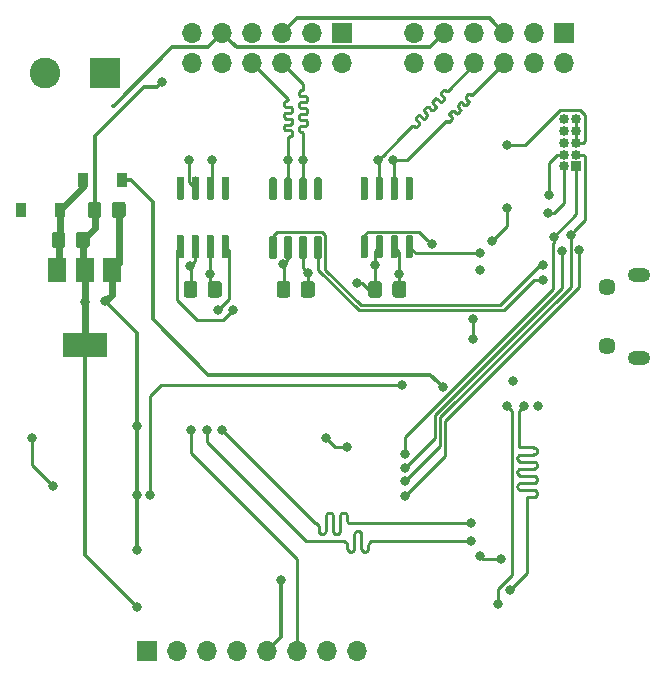
<source format=gbr>
G04 #@! TF.GenerationSoftware,KiCad,Pcbnew,5.1.5+dfsg1-2build2*
G04 #@! TF.CreationDate,2020-08-14T19:59:24+10:00*
G04 #@! TF.ProjectId,sid-board-v3_blocklayout,7369642d-626f-4617-9264-2d76335f626c,rev?*
G04 #@! TF.SameCoordinates,Original*
G04 #@! TF.FileFunction,Copper,L2,Bot*
G04 #@! TF.FilePolarity,Positive*
%FSLAX46Y46*%
G04 Gerber Fmt 4.6, Leading zero omitted, Abs format (unit mm)*
G04 Created by KiCad (PCBNEW 5.1.5+dfsg1-2build2) date 2020-08-14 19:59:24*
%MOMM*%
%LPD*%
G04 APERTURE LIST*
%ADD10O,1.700000X1.700000*%
%ADD11R,1.700000X1.700000*%
%ADD12R,0.900000X1.200000*%
%ADD13C,0.100000*%
%ADD14O,1.900000X1.200000*%
%ADD15C,1.450000*%
%ADD16C,2.600000*%
%ADD17R,2.600000X2.600000*%
%ADD18R,1.500000X2.000000*%
%ADD19R,3.800000X2.000000*%
%ADD20R,0.850000X0.850000*%
%ADD21O,0.850000X0.850000*%
%ADD22C,0.800000*%
%ADD23C,0.250000*%
%ADD24C,0.600000*%
%ADD25C,0.350000*%
G04 APERTURE END LIST*
D10*
X152400000Y-71755000D03*
X152400000Y-69215000D03*
X154940000Y-71755000D03*
X154940000Y-69215000D03*
X157480000Y-71755000D03*
X157480000Y-69215000D03*
X160020000Y-71755000D03*
X160020000Y-69215000D03*
X162560000Y-71755000D03*
X162560000Y-69215000D03*
X165100000Y-71755000D03*
D11*
X165100000Y-69215000D03*
D10*
X133604000Y-71755000D03*
X133604000Y-69215000D03*
X136144000Y-71755000D03*
X136144000Y-69215000D03*
X138684000Y-71755000D03*
X138684000Y-69215000D03*
X141224000Y-71755000D03*
X141224000Y-69215000D03*
X143764000Y-71755000D03*
X143764000Y-69215000D03*
X146304000Y-71755000D03*
D11*
X146304000Y-69215000D03*
D12*
X127634000Y-81661000D03*
X124334000Y-81661000D03*
G04 #@! TA.AperFunction,SMDPad,CuDef*
D13*
G36*
X152136123Y-86362547D02*
G01*
X152150684Y-86364707D01*
X152164963Y-86368284D01*
X152178823Y-86373243D01*
X152192130Y-86379537D01*
X152204756Y-86387105D01*
X152216579Y-86395873D01*
X152227486Y-86405759D01*
X152237372Y-86416666D01*
X152246140Y-86428489D01*
X152253708Y-86441115D01*
X152260002Y-86454422D01*
X152264961Y-86468282D01*
X152268538Y-86482561D01*
X152270698Y-86497122D01*
X152271420Y-86511825D01*
X152271420Y-88161825D01*
X152270698Y-88176528D01*
X152268538Y-88191089D01*
X152264961Y-88205368D01*
X152260002Y-88219228D01*
X152253708Y-88232535D01*
X152246140Y-88245161D01*
X152237372Y-88256984D01*
X152227486Y-88267891D01*
X152216579Y-88277777D01*
X152204756Y-88286545D01*
X152192130Y-88294113D01*
X152178823Y-88300407D01*
X152164963Y-88305366D01*
X152150684Y-88308943D01*
X152136123Y-88311103D01*
X152121420Y-88311825D01*
X151821420Y-88311825D01*
X151806717Y-88311103D01*
X151792156Y-88308943D01*
X151777877Y-88305366D01*
X151764017Y-88300407D01*
X151750710Y-88294113D01*
X151738084Y-88286545D01*
X151726261Y-88277777D01*
X151715354Y-88267891D01*
X151705468Y-88256984D01*
X151696700Y-88245161D01*
X151689132Y-88232535D01*
X151682838Y-88219228D01*
X151677879Y-88205368D01*
X151674302Y-88191089D01*
X151672142Y-88176528D01*
X151671420Y-88161825D01*
X151671420Y-86511825D01*
X151672142Y-86497122D01*
X151674302Y-86482561D01*
X151677879Y-86468282D01*
X151682838Y-86454422D01*
X151689132Y-86441115D01*
X151696700Y-86428489D01*
X151705468Y-86416666D01*
X151715354Y-86405759D01*
X151726261Y-86395873D01*
X151738084Y-86387105D01*
X151750710Y-86379537D01*
X151764017Y-86373243D01*
X151777877Y-86368284D01*
X151792156Y-86364707D01*
X151806717Y-86362547D01*
X151821420Y-86361825D01*
X152121420Y-86361825D01*
X152136123Y-86362547D01*
G37*
G04 #@! TD.AperFunction*
G04 #@! TA.AperFunction,SMDPad,CuDef*
G36*
X150866123Y-86362547D02*
G01*
X150880684Y-86364707D01*
X150894963Y-86368284D01*
X150908823Y-86373243D01*
X150922130Y-86379537D01*
X150934756Y-86387105D01*
X150946579Y-86395873D01*
X150957486Y-86405759D01*
X150967372Y-86416666D01*
X150976140Y-86428489D01*
X150983708Y-86441115D01*
X150990002Y-86454422D01*
X150994961Y-86468282D01*
X150998538Y-86482561D01*
X151000698Y-86497122D01*
X151001420Y-86511825D01*
X151001420Y-88161825D01*
X151000698Y-88176528D01*
X150998538Y-88191089D01*
X150994961Y-88205368D01*
X150990002Y-88219228D01*
X150983708Y-88232535D01*
X150976140Y-88245161D01*
X150967372Y-88256984D01*
X150957486Y-88267891D01*
X150946579Y-88277777D01*
X150934756Y-88286545D01*
X150922130Y-88294113D01*
X150908823Y-88300407D01*
X150894963Y-88305366D01*
X150880684Y-88308943D01*
X150866123Y-88311103D01*
X150851420Y-88311825D01*
X150551420Y-88311825D01*
X150536717Y-88311103D01*
X150522156Y-88308943D01*
X150507877Y-88305366D01*
X150494017Y-88300407D01*
X150480710Y-88294113D01*
X150468084Y-88286545D01*
X150456261Y-88277777D01*
X150445354Y-88267891D01*
X150435468Y-88256984D01*
X150426700Y-88245161D01*
X150419132Y-88232535D01*
X150412838Y-88219228D01*
X150407879Y-88205368D01*
X150404302Y-88191089D01*
X150402142Y-88176528D01*
X150401420Y-88161825D01*
X150401420Y-86511825D01*
X150402142Y-86497122D01*
X150404302Y-86482561D01*
X150407879Y-86468282D01*
X150412838Y-86454422D01*
X150419132Y-86441115D01*
X150426700Y-86428489D01*
X150435468Y-86416666D01*
X150445354Y-86405759D01*
X150456261Y-86395873D01*
X150468084Y-86387105D01*
X150480710Y-86379537D01*
X150494017Y-86373243D01*
X150507877Y-86368284D01*
X150522156Y-86364707D01*
X150536717Y-86362547D01*
X150551420Y-86361825D01*
X150851420Y-86361825D01*
X150866123Y-86362547D01*
G37*
G04 #@! TD.AperFunction*
G04 #@! TA.AperFunction,SMDPad,CuDef*
G36*
X149596123Y-86362547D02*
G01*
X149610684Y-86364707D01*
X149624963Y-86368284D01*
X149638823Y-86373243D01*
X149652130Y-86379537D01*
X149664756Y-86387105D01*
X149676579Y-86395873D01*
X149687486Y-86405759D01*
X149697372Y-86416666D01*
X149706140Y-86428489D01*
X149713708Y-86441115D01*
X149720002Y-86454422D01*
X149724961Y-86468282D01*
X149728538Y-86482561D01*
X149730698Y-86497122D01*
X149731420Y-86511825D01*
X149731420Y-88161825D01*
X149730698Y-88176528D01*
X149728538Y-88191089D01*
X149724961Y-88205368D01*
X149720002Y-88219228D01*
X149713708Y-88232535D01*
X149706140Y-88245161D01*
X149697372Y-88256984D01*
X149687486Y-88267891D01*
X149676579Y-88277777D01*
X149664756Y-88286545D01*
X149652130Y-88294113D01*
X149638823Y-88300407D01*
X149624963Y-88305366D01*
X149610684Y-88308943D01*
X149596123Y-88311103D01*
X149581420Y-88311825D01*
X149281420Y-88311825D01*
X149266717Y-88311103D01*
X149252156Y-88308943D01*
X149237877Y-88305366D01*
X149224017Y-88300407D01*
X149210710Y-88294113D01*
X149198084Y-88286545D01*
X149186261Y-88277777D01*
X149175354Y-88267891D01*
X149165468Y-88256984D01*
X149156700Y-88245161D01*
X149149132Y-88232535D01*
X149142838Y-88219228D01*
X149137879Y-88205368D01*
X149134302Y-88191089D01*
X149132142Y-88176528D01*
X149131420Y-88161825D01*
X149131420Y-86511825D01*
X149132142Y-86497122D01*
X149134302Y-86482561D01*
X149137879Y-86468282D01*
X149142838Y-86454422D01*
X149149132Y-86441115D01*
X149156700Y-86428489D01*
X149165468Y-86416666D01*
X149175354Y-86405759D01*
X149186261Y-86395873D01*
X149198084Y-86387105D01*
X149210710Y-86379537D01*
X149224017Y-86373243D01*
X149237877Y-86368284D01*
X149252156Y-86364707D01*
X149266717Y-86362547D01*
X149281420Y-86361825D01*
X149581420Y-86361825D01*
X149596123Y-86362547D01*
G37*
G04 #@! TD.AperFunction*
G04 #@! TA.AperFunction,SMDPad,CuDef*
G36*
X148326123Y-86362547D02*
G01*
X148340684Y-86364707D01*
X148354963Y-86368284D01*
X148368823Y-86373243D01*
X148382130Y-86379537D01*
X148394756Y-86387105D01*
X148406579Y-86395873D01*
X148417486Y-86405759D01*
X148427372Y-86416666D01*
X148436140Y-86428489D01*
X148443708Y-86441115D01*
X148450002Y-86454422D01*
X148454961Y-86468282D01*
X148458538Y-86482561D01*
X148460698Y-86497122D01*
X148461420Y-86511825D01*
X148461420Y-88161825D01*
X148460698Y-88176528D01*
X148458538Y-88191089D01*
X148454961Y-88205368D01*
X148450002Y-88219228D01*
X148443708Y-88232535D01*
X148436140Y-88245161D01*
X148427372Y-88256984D01*
X148417486Y-88267891D01*
X148406579Y-88277777D01*
X148394756Y-88286545D01*
X148382130Y-88294113D01*
X148368823Y-88300407D01*
X148354963Y-88305366D01*
X148340684Y-88308943D01*
X148326123Y-88311103D01*
X148311420Y-88311825D01*
X148011420Y-88311825D01*
X147996717Y-88311103D01*
X147982156Y-88308943D01*
X147967877Y-88305366D01*
X147954017Y-88300407D01*
X147940710Y-88294113D01*
X147928084Y-88286545D01*
X147916261Y-88277777D01*
X147905354Y-88267891D01*
X147895468Y-88256984D01*
X147886700Y-88245161D01*
X147879132Y-88232535D01*
X147872838Y-88219228D01*
X147867879Y-88205368D01*
X147864302Y-88191089D01*
X147862142Y-88176528D01*
X147861420Y-88161825D01*
X147861420Y-86511825D01*
X147862142Y-86497122D01*
X147864302Y-86482561D01*
X147867879Y-86468282D01*
X147872838Y-86454422D01*
X147879132Y-86441115D01*
X147886700Y-86428489D01*
X147895468Y-86416666D01*
X147905354Y-86405759D01*
X147916261Y-86395873D01*
X147928084Y-86387105D01*
X147940710Y-86379537D01*
X147954017Y-86373243D01*
X147967877Y-86368284D01*
X147982156Y-86364707D01*
X147996717Y-86362547D01*
X148011420Y-86361825D01*
X148311420Y-86361825D01*
X148326123Y-86362547D01*
G37*
G04 #@! TD.AperFunction*
G04 #@! TA.AperFunction,SMDPad,CuDef*
G36*
X148326123Y-81412547D02*
G01*
X148340684Y-81414707D01*
X148354963Y-81418284D01*
X148368823Y-81423243D01*
X148382130Y-81429537D01*
X148394756Y-81437105D01*
X148406579Y-81445873D01*
X148417486Y-81455759D01*
X148427372Y-81466666D01*
X148436140Y-81478489D01*
X148443708Y-81491115D01*
X148450002Y-81504422D01*
X148454961Y-81518282D01*
X148458538Y-81532561D01*
X148460698Y-81547122D01*
X148461420Y-81561825D01*
X148461420Y-83211825D01*
X148460698Y-83226528D01*
X148458538Y-83241089D01*
X148454961Y-83255368D01*
X148450002Y-83269228D01*
X148443708Y-83282535D01*
X148436140Y-83295161D01*
X148427372Y-83306984D01*
X148417486Y-83317891D01*
X148406579Y-83327777D01*
X148394756Y-83336545D01*
X148382130Y-83344113D01*
X148368823Y-83350407D01*
X148354963Y-83355366D01*
X148340684Y-83358943D01*
X148326123Y-83361103D01*
X148311420Y-83361825D01*
X148011420Y-83361825D01*
X147996717Y-83361103D01*
X147982156Y-83358943D01*
X147967877Y-83355366D01*
X147954017Y-83350407D01*
X147940710Y-83344113D01*
X147928084Y-83336545D01*
X147916261Y-83327777D01*
X147905354Y-83317891D01*
X147895468Y-83306984D01*
X147886700Y-83295161D01*
X147879132Y-83282535D01*
X147872838Y-83269228D01*
X147867879Y-83255368D01*
X147864302Y-83241089D01*
X147862142Y-83226528D01*
X147861420Y-83211825D01*
X147861420Y-81561825D01*
X147862142Y-81547122D01*
X147864302Y-81532561D01*
X147867879Y-81518282D01*
X147872838Y-81504422D01*
X147879132Y-81491115D01*
X147886700Y-81478489D01*
X147895468Y-81466666D01*
X147905354Y-81455759D01*
X147916261Y-81445873D01*
X147928084Y-81437105D01*
X147940710Y-81429537D01*
X147954017Y-81423243D01*
X147967877Y-81418284D01*
X147982156Y-81414707D01*
X147996717Y-81412547D01*
X148011420Y-81411825D01*
X148311420Y-81411825D01*
X148326123Y-81412547D01*
G37*
G04 #@! TD.AperFunction*
G04 #@! TA.AperFunction,SMDPad,CuDef*
G36*
X149596123Y-81412547D02*
G01*
X149610684Y-81414707D01*
X149624963Y-81418284D01*
X149638823Y-81423243D01*
X149652130Y-81429537D01*
X149664756Y-81437105D01*
X149676579Y-81445873D01*
X149687486Y-81455759D01*
X149697372Y-81466666D01*
X149706140Y-81478489D01*
X149713708Y-81491115D01*
X149720002Y-81504422D01*
X149724961Y-81518282D01*
X149728538Y-81532561D01*
X149730698Y-81547122D01*
X149731420Y-81561825D01*
X149731420Y-83211825D01*
X149730698Y-83226528D01*
X149728538Y-83241089D01*
X149724961Y-83255368D01*
X149720002Y-83269228D01*
X149713708Y-83282535D01*
X149706140Y-83295161D01*
X149697372Y-83306984D01*
X149687486Y-83317891D01*
X149676579Y-83327777D01*
X149664756Y-83336545D01*
X149652130Y-83344113D01*
X149638823Y-83350407D01*
X149624963Y-83355366D01*
X149610684Y-83358943D01*
X149596123Y-83361103D01*
X149581420Y-83361825D01*
X149281420Y-83361825D01*
X149266717Y-83361103D01*
X149252156Y-83358943D01*
X149237877Y-83355366D01*
X149224017Y-83350407D01*
X149210710Y-83344113D01*
X149198084Y-83336545D01*
X149186261Y-83327777D01*
X149175354Y-83317891D01*
X149165468Y-83306984D01*
X149156700Y-83295161D01*
X149149132Y-83282535D01*
X149142838Y-83269228D01*
X149137879Y-83255368D01*
X149134302Y-83241089D01*
X149132142Y-83226528D01*
X149131420Y-83211825D01*
X149131420Y-81561825D01*
X149132142Y-81547122D01*
X149134302Y-81532561D01*
X149137879Y-81518282D01*
X149142838Y-81504422D01*
X149149132Y-81491115D01*
X149156700Y-81478489D01*
X149165468Y-81466666D01*
X149175354Y-81455759D01*
X149186261Y-81445873D01*
X149198084Y-81437105D01*
X149210710Y-81429537D01*
X149224017Y-81423243D01*
X149237877Y-81418284D01*
X149252156Y-81414707D01*
X149266717Y-81412547D01*
X149281420Y-81411825D01*
X149581420Y-81411825D01*
X149596123Y-81412547D01*
G37*
G04 #@! TD.AperFunction*
G04 #@! TA.AperFunction,SMDPad,CuDef*
G36*
X150866123Y-81412547D02*
G01*
X150880684Y-81414707D01*
X150894963Y-81418284D01*
X150908823Y-81423243D01*
X150922130Y-81429537D01*
X150934756Y-81437105D01*
X150946579Y-81445873D01*
X150957486Y-81455759D01*
X150967372Y-81466666D01*
X150976140Y-81478489D01*
X150983708Y-81491115D01*
X150990002Y-81504422D01*
X150994961Y-81518282D01*
X150998538Y-81532561D01*
X151000698Y-81547122D01*
X151001420Y-81561825D01*
X151001420Y-83211825D01*
X151000698Y-83226528D01*
X150998538Y-83241089D01*
X150994961Y-83255368D01*
X150990002Y-83269228D01*
X150983708Y-83282535D01*
X150976140Y-83295161D01*
X150967372Y-83306984D01*
X150957486Y-83317891D01*
X150946579Y-83327777D01*
X150934756Y-83336545D01*
X150922130Y-83344113D01*
X150908823Y-83350407D01*
X150894963Y-83355366D01*
X150880684Y-83358943D01*
X150866123Y-83361103D01*
X150851420Y-83361825D01*
X150551420Y-83361825D01*
X150536717Y-83361103D01*
X150522156Y-83358943D01*
X150507877Y-83355366D01*
X150494017Y-83350407D01*
X150480710Y-83344113D01*
X150468084Y-83336545D01*
X150456261Y-83327777D01*
X150445354Y-83317891D01*
X150435468Y-83306984D01*
X150426700Y-83295161D01*
X150419132Y-83282535D01*
X150412838Y-83269228D01*
X150407879Y-83255368D01*
X150404302Y-83241089D01*
X150402142Y-83226528D01*
X150401420Y-83211825D01*
X150401420Y-81561825D01*
X150402142Y-81547122D01*
X150404302Y-81532561D01*
X150407879Y-81518282D01*
X150412838Y-81504422D01*
X150419132Y-81491115D01*
X150426700Y-81478489D01*
X150435468Y-81466666D01*
X150445354Y-81455759D01*
X150456261Y-81445873D01*
X150468084Y-81437105D01*
X150480710Y-81429537D01*
X150494017Y-81423243D01*
X150507877Y-81418284D01*
X150522156Y-81414707D01*
X150536717Y-81412547D01*
X150551420Y-81411825D01*
X150851420Y-81411825D01*
X150866123Y-81412547D01*
G37*
G04 #@! TD.AperFunction*
G04 #@! TA.AperFunction,SMDPad,CuDef*
G36*
X152136123Y-81412547D02*
G01*
X152150684Y-81414707D01*
X152164963Y-81418284D01*
X152178823Y-81423243D01*
X152192130Y-81429537D01*
X152204756Y-81437105D01*
X152216579Y-81445873D01*
X152227486Y-81455759D01*
X152237372Y-81466666D01*
X152246140Y-81478489D01*
X152253708Y-81491115D01*
X152260002Y-81504422D01*
X152264961Y-81518282D01*
X152268538Y-81532561D01*
X152270698Y-81547122D01*
X152271420Y-81561825D01*
X152271420Y-83211825D01*
X152270698Y-83226528D01*
X152268538Y-83241089D01*
X152264961Y-83255368D01*
X152260002Y-83269228D01*
X152253708Y-83282535D01*
X152246140Y-83295161D01*
X152237372Y-83306984D01*
X152227486Y-83317891D01*
X152216579Y-83327777D01*
X152204756Y-83336545D01*
X152192130Y-83344113D01*
X152178823Y-83350407D01*
X152164963Y-83355366D01*
X152150684Y-83358943D01*
X152136123Y-83361103D01*
X152121420Y-83361825D01*
X151821420Y-83361825D01*
X151806717Y-83361103D01*
X151792156Y-83358943D01*
X151777877Y-83355366D01*
X151764017Y-83350407D01*
X151750710Y-83344113D01*
X151738084Y-83336545D01*
X151726261Y-83327777D01*
X151715354Y-83317891D01*
X151705468Y-83306984D01*
X151696700Y-83295161D01*
X151689132Y-83282535D01*
X151682838Y-83269228D01*
X151677879Y-83255368D01*
X151674302Y-83241089D01*
X151672142Y-83226528D01*
X151671420Y-83211825D01*
X151671420Y-81561825D01*
X151672142Y-81547122D01*
X151674302Y-81532561D01*
X151677879Y-81518282D01*
X151682838Y-81504422D01*
X151689132Y-81491115D01*
X151696700Y-81478489D01*
X151705468Y-81466666D01*
X151715354Y-81455759D01*
X151726261Y-81445873D01*
X151738084Y-81437105D01*
X151750710Y-81429537D01*
X151764017Y-81423243D01*
X151777877Y-81418284D01*
X151792156Y-81414707D01*
X151806717Y-81412547D01*
X151821420Y-81411825D01*
X152121420Y-81411825D01*
X152136123Y-81412547D01*
G37*
G04 #@! TD.AperFunction*
D14*
X171417500Y-89718000D03*
X171417500Y-96718000D03*
D15*
X168717500Y-90718000D03*
X168717500Y-95718000D03*
D16*
X121158000Y-72644000D03*
D17*
X126238000Y-72644000D03*
D18*
X122189000Y-89313252D03*
X126789000Y-89313252D03*
X124489000Y-89313252D03*
D19*
X124489000Y-95613252D03*
G04 #@! TA.AperFunction,SMDPad,CuDef*
D13*
G36*
X141691505Y-90233204D02*
G01*
X141715773Y-90236804D01*
X141739572Y-90242765D01*
X141762671Y-90251030D01*
X141784850Y-90261520D01*
X141805893Y-90274132D01*
X141825599Y-90288747D01*
X141843777Y-90305223D01*
X141860253Y-90323401D01*
X141874868Y-90343107D01*
X141887480Y-90364150D01*
X141897970Y-90386329D01*
X141906235Y-90409428D01*
X141912196Y-90433227D01*
X141915796Y-90457495D01*
X141917000Y-90481999D01*
X141917000Y-91382001D01*
X141915796Y-91406505D01*
X141912196Y-91430773D01*
X141906235Y-91454572D01*
X141897970Y-91477671D01*
X141887480Y-91499850D01*
X141874868Y-91520893D01*
X141860253Y-91540599D01*
X141843777Y-91558777D01*
X141825599Y-91575253D01*
X141805893Y-91589868D01*
X141784850Y-91602480D01*
X141762671Y-91612970D01*
X141739572Y-91621235D01*
X141715773Y-91627196D01*
X141691505Y-91630796D01*
X141667001Y-91632000D01*
X141016999Y-91632000D01*
X140992495Y-91630796D01*
X140968227Y-91627196D01*
X140944428Y-91621235D01*
X140921329Y-91612970D01*
X140899150Y-91602480D01*
X140878107Y-91589868D01*
X140858401Y-91575253D01*
X140840223Y-91558777D01*
X140823747Y-91540599D01*
X140809132Y-91520893D01*
X140796520Y-91499850D01*
X140786030Y-91477671D01*
X140777765Y-91454572D01*
X140771804Y-91430773D01*
X140768204Y-91406505D01*
X140767000Y-91382001D01*
X140767000Y-90481999D01*
X140768204Y-90457495D01*
X140771804Y-90433227D01*
X140777765Y-90409428D01*
X140786030Y-90386329D01*
X140796520Y-90364150D01*
X140809132Y-90343107D01*
X140823747Y-90323401D01*
X140840223Y-90305223D01*
X140858401Y-90288747D01*
X140878107Y-90274132D01*
X140899150Y-90261520D01*
X140921329Y-90251030D01*
X140944428Y-90242765D01*
X140968227Y-90236804D01*
X140992495Y-90233204D01*
X141016999Y-90232000D01*
X141667001Y-90232000D01*
X141691505Y-90233204D01*
G37*
G04 #@! TD.AperFunction*
G04 #@! TA.AperFunction,SMDPad,CuDef*
G36*
X143741505Y-90233204D02*
G01*
X143765773Y-90236804D01*
X143789572Y-90242765D01*
X143812671Y-90251030D01*
X143834850Y-90261520D01*
X143855893Y-90274132D01*
X143875599Y-90288747D01*
X143893777Y-90305223D01*
X143910253Y-90323401D01*
X143924868Y-90343107D01*
X143937480Y-90364150D01*
X143947970Y-90386329D01*
X143956235Y-90409428D01*
X143962196Y-90433227D01*
X143965796Y-90457495D01*
X143967000Y-90481999D01*
X143967000Y-91382001D01*
X143965796Y-91406505D01*
X143962196Y-91430773D01*
X143956235Y-91454572D01*
X143947970Y-91477671D01*
X143937480Y-91499850D01*
X143924868Y-91520893D01*
X143910253Y-91540599D01*
X143893777Y-91558777D01*
X143875599Y-91575253D01*
X143855893Y-91589868D01*
X143834850Y-91602480D01*
X143812671Y-91612970D01*
X143789572Y-91621235D01*
X143765773Y-91627196D01*
X143741505Y-91630796D01*
X143717001Y-91632000D01*
X143066999Y-91632000D01*
X143042495Y-91630796D01*
X143018227Y-91627196D01*
X142994428Y-91621235D01*
X142971329Y-91612970D01*
X142949150Y-91602480D01*
X142928107Y-91589868D01*
X142908401Y-91575253D01*
X142890223Y-91558777D01*
X142873747Y-91540599D01*
X142859132Y-91520893D01*
X142846520Y-91499850D01*
X142836030Y-91477671D01*
X142827765Y-91454572D01*
X142821804Y-91430773D01*
X142818204Y-91406505D01*
X142817000Y-91382001D01*
X142817000Y-90481999D01*
X142818204Y-90457495D01*
X142821804Y-90433227D01*
X142827765Y-90409428D01*
X142836030Y-90386329D01*
X142846520Y-90364150D01*
X142859132Y-90343107D01*
X142873747Y-90323401D01*
X142890223Y-90305223D01*
X142908401Y-90288747D01*
X142928107Y-90274132D01*
X142949150Y-90261520D01*
X142971329Y-90251030D01*
X142994428Y-90242765D01*
X143018227Y-90236804D01*
X143042495Y-90233204D01*
X143066999Y-90232000D01*
X143717001Y-90232000D01*
X143741505Y-90233204D01*
G37*
G04 #@! TD.AperFunction*
G04 #@! TA.AperFunction,SMDPad,CuDef*
G36*
X151488505Y-90233204D02*
G01*
X151512773Y-90236804D01*
X151536572Y-90242765D01*
X151559671Y-90251030D01*
X151581850Y-90261520D01*
X151602893Y-90274132D01*
X151622599Y-90288747D01*
X151640777Y-90305223D01*
X151657253Y-90323401D01*
X151671868Y-90343107D01*
X151684480Y-90364150D01*
X151694970Y-90386329D01*
X151703235Y-90409428D01*
X151709196Y-90433227D01*
X151712796Y-90457495D01*
X151714000Y-90481999D01*
X151714000Y-91382001D01*
X151712796Y-91406505D01*
X151709196Y-91430773D01*
X151703235Y-91454572D01*
X151694970Y-91477671D01*
X151684480Y-91499850D01*
X151671868Y-91520893D01*
X151657253Y-91540599D01*
X151640777Y-91558777D01*
X151622599Y-91575253D01*
X151602893Y-91589868D01*
X151581850Y-91602480D01*
X151559671Y-91612970D01*
X151536572Y-91621235D01*
X151512773Y-91627196D01*
X151488505Y-91630796D01*
X151464001Y-91632000D01*
X150813999Y-91632000D01*
X150789495Y-91630796D01*
X150765227Y-91627196D01*
X150741428Y-91621235D01*
X150718329Y-91612970D01*
X150696150Y-91602480D01*
X150675107Y-91589868D01*
X150655401Y-91575253D01*
X150637223Y-91558777D01*
X150620747Y-91540599D01*
X150606132Y-91520893D01*
X150593520Y-91499850D01*
X150583030Y-91477671D01*
X150574765Y-91454572D01*
X150568804Y-91430773D01*
X150565204Y-91406505D01*
X150564000Y-91382001D01*
X150564000Y-90481999D01*
X150565204Y-90457495D01*
X150568804Y-90433227D01*
X150574765Y-90409428D01*
X150583030Y-90386329D01*
X150593520Y-90364150D01*
X150606132Y-90343107D01*
X150620747Y-90323401D01*
X150637223Y-90305223D01*
X150655401Y-90288747D01*
X150675107Y-90274132D01*
X150696150Y-90261520D01*
X150718329Y-90251030D01*
X150741428Y-90242765D01*
X150765227Y-90236804D01*
X150789495Y-90233204D01*
X150813999Y-90232000D01*
X151464001Y-90232000D01*
X151488505Y-90233204D01*
G37*
G04 #@! TD.AperFunction*
G04 #@! TA.AperFunction,SMDPad,CuDef*
G36*
X149438505Y-90233204D02*
G01*
X149462773Y-90236804D01*
X149486572Y-90242765D01*
X149509671Y-90251030D01*
X149531850Y-90261520D01*
X149552893Y-90274132D01*
X149572599Y-90288747D01*
X149590777Y-90305223D01*
X149607253Y-90323401D01*
X149621868Y-90343107D01*
X149634480Y-90364150D01*
X149644970Y-90386329D01*
X149653235Y-90409428D01*
X149659196Y-90433227D01*
X149662796Y-90457495D01*
X149664000Y-90481999D01*
X149664000Y-91382001D01*
X149662796Y-91406505D01*
X149659196Y-91430773D01*
X149653235Y-91454572D01*
X149644970Y-91477671D01*
X149634480Y-91499850D01*
X149621868Y-91520893D01*
X149607253Y-91540599D01*
X149590777Y-91558777D01*
X149572599Y-91575253D01*
X149552893Y-91589868D01*
X149531850Y-91602480D01*
X149509671Y-91612970D01*
X149486572Y-91621235D01*
X149462773Y-91627196D01*
X149438505Y-91630796D01*
X149414001Y-91632000D01*
X148763999Y-91632000D01*
X148739495Y-91630796D01*
X148715227Y-91627196D01*
X148691428Y-91621235D01*
X148668329Y-91612970D01*
X148646150Y-91602480D01*
X148625107Y-91589868D01*
X148605401Y-91575253D01*
X148587223Y-91558777D01*
X148570747Y-91540599D01*
X148556132Y-91520893D01*
X148543520Y-91499850D01*
X148533030Y-91477671D01*
X148524765Y-91454572D01*
X148518804Y-91430773D01*
X148515204Y-91406505D01*
X148514000Y-91382001D01*
X148514000Y-90481999D01*
X148515204Y-90457495D01*
X148518804Y-90433227D01*
X148524765Y-90409428D01*
X148533030Y-90386329D01*
X148543520Y-90364150D01*
X148556132Y-90343107D01*
X148570747Y-90323401D01*
X148587223Y-90305223D01*
X148605401Y-90288747D01*
X148625107Y-90274132D01*
X148646150Y-90261520D01*
X148668329Y-90251030D01*
X148691428Y-90242765D01*
X148715227Y-90236804D01*
X148739495Y-90233204D01*
X148763999Y-90232000D01*
X149414001Y-90232000D01*
X149438505Y-90233204D01*
G37*
G04 #@! TD.AperFunction*
G04 #@! TA.AperFunction,SMDPad,CuDef*
G36*
X144421580Y-81457881D02*
G01*
X144436141Y-81460041D01*
X144450420Y-81463618D01*
X144464280Y-81468577D01*
X144477587Y-81474871D01*
X144490213Y-81482439D01*
X144502036Y-81491207D01*
X144512943Y-81501093D01*
X144522829Y-81512000D01*
X144531597Y-81523823D01*
X144539165Y-81536449D01*
X144545459Y-81549756D01*
X144550418Y-81563616D01*
X144553995Y-81577895D01*
X144556155Y-81592456D01*
X144556877Y-81607159D01*
X144556877Y-83257159D01*
X144556155Y-83271862D01*
X144553995Y-83286423D01*
X144550418Y-83300702D01*
X144545459Y-83314562D01*
X144539165Y-83327869D01*
X144531597Y-83340495D01*
X144522829Y-83352318D01*
X144512943Y-83363225D01*
X144502036Y-83373111D01*
X144490213Y-83381879D01*
X144477587Y-83389447D01*
X144464280Y-83395741D01*
X144450420Y-83400700D01*
X144436141Y-83404277D01*
X144421580Y-83406437D01*
X144406877Y-83407159D01*
X144106877Y-83407159D01*
X144092174Y-83406437D01*
X144077613Y-83404277D01*
X144063334Y-83400700D01*
X144049474Y-83395741D01*
X144036167Y-83389447D01*
X144023541Y-83381879D01*
X144011718Y-83373111D01*
X144000811Y-83363225D01*
X143990925Y-83352318D01*
X143982157Y-83340495D01*
X143974589Y-83327869D01*
X143968295Y-83314562D01*
X143963336Y-83300702D01*
X143959759Y-83286423D01*
X143957599Y-83271862D01*
X143956877Y-83257159D01*
X143956877Y-81607159D01*
X143957599Y-81592456D01*
X143959759Y-81577895D01*
X143963336Y-81563616D01*
X143968295Y-81549756D01*
X143974589Y-81536449D01*
X143982157Y-81523823D01*
X143990925Y-81512000D01*
X144000811Y-81501093D01*
X144011718Y-81491207D01*
X144023541Y-81482439D01*
X144036167Y-81474871D01*
X144049474Y-81468577D01*
X144063334Y-81463618D01*
X144077613Y-81460041D01*
X144092174Y-81457881D01*
X144106877Y-81457159D01*
X144406877Y-81457159D01*
X144421580Y-81457881D01*
G37*
G04 #@! TD.AperFunction*
G04 #@! TA.AperFunction,SMDPad,CuDef*
G36*
X143151580Y-81457881D02*
G01*
X143166141Y-81460041D01*
X143180420Y-81463618D01*
X143194280Y-81468577D01*
X143207587Y-81474871D01*
X143220213Y-81482439D01*
X143232036Y-81491207D01*
X143242943Y-81501093D01*
X143252829Y-81512000D01*
X143261597Y-81523823D01*
X143269165Y-81536449D01*
X143275459Y-81549756D01*
X143280418Y-81563616D01*
X143283995Y-81577895D01*
X143286155Y-81592456D01*
X143286877Y-81607159D01*
X143286877Y-83257159D01*
X143286155Y-83271862D01*
X143283995Y-83286423D01*
X143280418Y-83300702D01*
X143275459Y-83314562D01*
X143269165Y-83327869D01*
X143261597Y-83340495D01*
X143252829Y-83352318D01*
X143242943Y-83363225D01*
X143232036Y-83373111D01*
X143220213Y-83381879D01*
X143207587Y-83389447D01*
X143194280Y-83395741D01*
X143180420Y-83400700D01*
X143166141Y-83404277D01*
X143151580Y-83406437D01*
X143136877Y-83407159D01*
X142836877Y-83407159D01*
X142822174Y-83406437D01*
X142807613Y-83404277D01*
X142793334Y-83400700D01*
X142779474Y-83395741D01*
X142766167Y-83389447D01*
X142753541Y-83381879D01*
X142741718Y-83373111D01*
X142730811Y-83363225D01*
X142720925Y-83352318D01*
X142712157Y-83340495D01*
X142704589Y-83327869D01*
X142698295Y-83314562D01*
X142693336Y-83300702D01*
X142689759Y-83286423D01*
X142687599Y-83271862D01*
X142686877Y-83257159D01*
X142686877Y-81607159D01*
X142687599Y-81592456D01*
X142689759Y-81577895D01*
X142693336Y-81563616D01*
X142698295Y-81549756D01*
X142704589Y-81536449D01*
X142712157Y-81523823D01*
X142720925Y-81512000D01*
X142730811Y-81501093D01*
X142741718Y-81491207D01*
X142753541Y-81482439D01*
X142766167Y-81474871D01*
X142779474Y-81468577D01*
X142793334Y-81463618D01*
X142807613Y-81460041D01*
X142822174Y-81457881D01*
X142836877Y-81457159D01*
X143136877Y-81457159D01*
X143151580Y-81457881D01*
G37*
G04 #@! TD.AperFunction*
G04 #@! TA.AperFunction,SMDPad,CuDef*
G36*
X141881580Y-81457881D02*
G01*
X141896141Y-81460041D01*
X141910420Y-81463618D01*
X141924280Y-81468577D01*
X141937587Y-81474871D01*
X141950213Y-81482439D01*
X141962036Y-81491207D01*
X141972943Y-81501093D01*
X141982829Y-81512000D01*
X141991597Y-81523823D01*
X141999165Y-81536449D01*
X142005459Y-81549756D01*
X142010418Y-81563616D01*
X142013995Y-81577895D01*
X142016155Y-81592456D01*
X142016877Y-81607159D01*
X142016877Y-83257159D01*
X142016155Y-83271862D01*
X142013995Y-83286423D01*
X142010418Y-83300702D01*
X142005459Y-83314562D01*
X141999165Y-83327869D01*
X141991597Y-83340495D01*
X141982829Y-83352318D01*
X141972943Y-83363225D01*
X141962036Y-83373111D01*
X141950213Y-83381879D01*
X141937587Y-83389447D01*
X141924280Y-83395741D01*
X141910420Y-83400700D01*
X141896141Y-83404277D01*
X141881580Y-83406437D01*
X141866877Y-83407159D01*
X141566877Y-83407159D01*
X141552174Y-83406437D01*
X141537613Y-83404277D01*
X141523334Y-83400700D01*
X141509474Y-83395741D01*
X141496167Y-83389447D01*
X141483541Y-83381879D01*
X141471718Y-83373111D01*
X141460811Y-83363225D01*
X141450925Y-83352318D01*
X141442157Y-83340495D01*
X141434589Y-83327869D01*
X141428295Y-83314562D01*
X141423336Y-83300702D01*
X141419759Y-83286423D01*
X141417599Y-83271862D01*
X141416877Y-83257159D01*
X141416877Y-81607159D01*
X141417599Y-81592456D01*
X141419759Y-81577895D01*
X141423336Y-81563616D01*
X141428295Y-81549756D01*
X141434589Y-81536449D01*
X141442157Y-81523823D01*
X141450925Y-81512000D01*
X141460811Y-81501093D01*
X141471718Y-81491207D01*
X141483541Y-81482439D01*
X141496167Y-81474871D01*
X141509474Y-81468577D01*
X141523334Y-81463618D01*
X141537613Y-81460041D01*
X141552174Y-81457881D01*
X141566877Y-81457159D01*
X141866877Y-81457159D01*
X141881580Y-81457881D01*
G37*
G04 #@! TD.AperFunction*
G04 #@! TA.AperFunction,SMDPad,CuDef*
G36*
X140611580Y-81457881D02*
G01*
X140626141Y-81460041D01*
X140640420Y-81463618D01*
X140654280Y-81468577D01*
X140667587Y-81474871D01*
X140680213Y-81482439D01*
X140692036Y-81491207D01*
X140702943Y-81501093D01*
X140712829Y-81512000D01*
X140721597Y-81523823D01*
X140729165Y-81536449D01*
X140735459Y-81549756D01*
X140740418Y-81563616D01*
X140743995Y-81577895D01*
X140746155Y-81592456D01*
X140746877Y-81607159D01*
X140746877Y-83257159D01*
X140746155Y-83271862D01*
X140743995Y-83286423D01*
X140740418Y-83300702D01*
X140735459Y-83314562D01*
X140729165Y-83327869D01*
X140721597Y-83340495D01*
X140712829Y-83352318D01*
X140702943Y-83363225D01*
X140692036Y-83373111D01*
X140680213Y-83381879D01*
X140667587Y-83389447D01*
X140654280Y-83395741D01*
X140640420Y-83400700D01*
X140626141Y-83404277D01*
X140611580Y-83406437D01*
X140596877Y-83407159D01*
X140296877Y-83407159D01*
X140282174Y-83406437D01*
X140267613Y-83404277D01*
X140253334Y-83400700D01*
X140239474Y-83395741D01*
X140226167Y-83389447D01*
X140213541Y-83381879D01*
X140201718Y-83373111D01*
X140190811Y-83363225D01*
X140180925Y-83352318D01*
X140172157Y-83340495D01*
X140164589Y-83327869D01*
X140158295Y-83314562D01*
X140153336Y-83300702D01*
X140149759Y-83286423D01*
X140147599Y-83271862D01*
X140146877Y-83257159D01*
X140146877Y-81607159D01*
X140147599Y-81592456D01*
X140149759Y-81577895D01*
X140153336Y-81563616D01*
X140158295Y-81549756D01*
X140164589Y-81536449D01*
X140172157Y-81523823D01*
X140180925Y-81512000D01*
X140190811Y-81501093D01*
X140201718Y-81491207D01*
X140213541Y-81482439D01*
X140226167Y-81474871D01*
X140239474Y-81468577D01*
X140253334Y-81463618D01*
X140267613Y-81460041D01*
X140282174Y-81457881D01*
X140296877Y-81457159D01*
X140596877Y-81457159D01*
X140611580Y-81457881D01*
G37*
G04 #@! TD.AperFunction*
G04 #@! TA.AperFunction,SMDPad,CuDef*
G36*
X140611580Y-86407881D02*
G01*
X140626141Y-86410041D01*
X140640420Y-86413618D01*
X140654280Y-86418577D01*
X140667587Y-86424871D01*
X140680213Y-86432439D01*
X140692036Y-86441207D01*
X140702943Y-86451093D01*
X140712829Y-86462000D01*
X140721597Y-86473823D01*
X140729165Y-86486449D01*
X140735459Y-86499756D01*
X140740418Y-86513616D01*
X140743995Y-86527895D01*
X140746155Y-86542456D01*
X140746877Y-86557159D01*
X140746877Y-88207159D01*
X140746155Y-88221862D01*
X140743995Y-88236423D01*
X140740418Y-88250702D01*
X140735459Y-88264562D01*
X140729165Y-88277869D01*
X140721597Y-88290495D01*
X140712829Y-88302318D01*
X140702943Y-88313225D01*
X140692036Y-88323111D01*
X140680213Y-88331879D01*
X140667587Y-88339447D01*
X140654280Y-88345741D01*
X140640420Y-88350700D01*
X140626141Y-88354277D01*
X140611580Y-88356437D01*
X140596877Y-88357159D01*
X140296877Y-88357159D01*
X140282174Y-88356437D01*
X140267613Y-88354277D01*
X140253334Y-88350700D01*
X140239474Y-88345741D01*
X140226167Y-88339447D01*
X140213541Y-88331879D01*
X140201718Y-88323111D01*
X140190811Y-88313225D01*
X140180925Y-88302318D01*
X140172157Y-88290495D01*
X140164589Y-88277869D01*
X140158295Y-88264562D01*
X140153336Y-88250702D01*
X140149759Y-88236423D01*
X140147599Y-88221862D01*
X140146877Y-88207159D01*
X140146877Y-86557159D01*
X140147599Y-86542456D01*
X140149759Y-86527895D01*
X140153336Y-86513616D01*
X140158295Y-86499756D01*
X140164589Y-86486449D01*
X140172157Y-86473823D01*
X140180925Y-86462000D01*
X140190811Y-86451093D01*
X140201718Y-86441207D01*
X140213541Y-86432439D01*
X140226167Y-86424871D01*
X140239474Y-86418577D01*
X140253334Y-86413618D01*
X140267613Y-86410041D01*
X140282174Y-86407881D01*
X140296877Y-86407159D01*
X140596877Y-86407159D01*
X140611580Y-86407881D01*
G37*
G04 #@! TD.AperFunction*
G04 #@! TA.AperFunction,SMDPad,CuDef*
G36*
X141881580Y-86407881D02*
G01*
X141896141Y-86410041D01*
X141910420Y-86413618D01*
X141924280Y-86418577D01*
X141937587Y-86424871D01*
X141950213Y-86432439D01*
X141962036Y-86441207D01*
X141972943Y-86451093D01*
X141982829Y-86462000D01*
X141991597Y-86473823D01*
X141999165Y-86486449D01*
X142005459Y-86499756D01*
X142010418Y-86513616D01*
X142013995Y-86527895D01*
X142016155Y-86542456D01*
X142016877Y-86557159D01*
X142016877Y-88207159D01*
X142016155Y-88221862D01*
X142013995Y-88236423D01*
X142010418Y-88250702D01*
X142005459Y-88264562D01*
X141999165Y-88277869D01*
X141991597Y-88290495D01*
X141982829Y-88302318D01*
X141972943Y-88313225D01*
X141962036Y-88323111D01*
X141950213Y-88331879D01*
X141937587Y-88339447D01*
X141924280Y-88345741D01*
X141910420Y-88350700D01*
X141896141Y-88354277D01*
X141881580Y-88356437D01*
X141866877Y-88357159D01*
X141566877Y-88357159D01*
X141552174Y-88356437D01*
X141537613Y-88354277D01*
X141523334Y-88350700D01*
X141509474Y-88345741D01*
X141496167Y-88339447D01*
X141483541Y-88331879D01*
X141471718Y-88323111D01*
X141460811Y-88313225D01*
X141450925Y-88302318D01*
X141442157Y-88290495D01*
X141434589Y-88277869D01*
X141428295Y-88264562D01*
X141423336Y-88250702D01*
X141419759Y-88236423D01*
X141417599Y-88221862D01*
X141416877Y-88207159D01*
X141416877Y-86557159D01*
X141417599Y-86542456D01*
X141419759Y-86527895D01*
X141423336Y-86513616D01*
X141428295Y-86499756D01*
X141434589Y-86486449D01*
X141442157Y-86473823D01*
X141450925Y-86462000D01*
X141460811Y-86451093D01*
X141471718Y-86441207D01*
X141483541Y-86432439D01*
X141496167Y-86424871D01*
X141509474Y-86418577D01*
X141523334Y-86413618D01*
X141537613Y-86410041D01*
X141552174Y-86407881D01*
X141566877Y-86407159D01*
X141866877Y-86407159D01*
X141881580Y-86407881D01*
G37*
G04 #@! TD.AperFunction*
G04 #@! TA.AperFunction,SMDPad,CuDef*
G36*
X143151580Y-86407881D02*
G01*
X143166141Y-86410041D01*
X143180420Y-86413618D01*
X143194280Y-86418577D01*
X143207587Y-86424871D01*
X143220213Y-86432439D01*
X143232036Y-86441207D01*
X143242943Y-86451093D01*
X143252829Y-86462000D01*
X143261597Y-86473823D01*
X143269165Y-86486449D01*
X143275459Y-86499756D01*
X143280418Y-86513616D01*
X143283995Y-86527895D01*
X143286155Y-86542456D01*
X143286877Y-86557159D01*
X143286877Y-88207159D01*
X143286155Y-88221862D01*
X143283995Y-88236423D01*
X143280418Y-88250702D01*
X143275459Y-88264562D01*
X143269165Y-88277869D01*
X143261597Y-88290495D01*
X143252829Y-88302318D01*
X143242943Y-88313225D01*
X143232036Y-88323111D01*
X143220213Y-88331879D01*
X143207587Y-88339447D01*
X143194280Y-88345741D01*
X143180420Y-88350700D01*
X143166141Y-88354277D01*
X143151580Y-88356437D01*
X143136877Y-88357159D01*
X142836877Y-88357159D01*
X142822174Y-88356437D01*
X142807613Y-88354277D01*
X142793334Y-88350700D01*
X142779474Y-88345741D01*
X142766167Y-88339447D01*
X142753541Y-88331879D01*
X142741718Y-88323111D01*
X142730811Y-88313225D01*
X142720925Y-88302318D01*
X142712157Y-88290495D01*
X142704589Y-88277869D01*
X142698295Y-88264562D01*
X142693336Y-88250702D01*
X142689759Y-88236423D01*
X142687599Y-88221862D01*
X142686877Y-88207159D01*
X142686877Y-86557159D01*
X142687599Y-86542456D01*
X142689759Y-86527895D01*
X142693336Y-86513616D01*
X142698295Y-86499756D01*
X142704589Y-86486449D01*
X142712157Y-86473823D01*
X142720925Y-86462000D01*
X142730811Y-86451093D01*
X142741718Y-86441207D01*
X142753541Y-86432439D01*
X142766167Y-86424871D01*
X142779474Y-86418577D01*
X142793334Y-86413618D01*
X142807613Y-86410041D01*
X142822174Y-86407881D01*
X142836877Y-86407159D01*
X143136877Y-86407159D01*
X143151580Y-86407881D01*
G37*
G04 #@! TD.AperFunction*
G04 #@! TA.AperFunction,SMDPad,CuDef*
G36*
X144421580Y-86407881D02*
G01*
X144436141Y-86410041D01*
X144450420Y-86413618D01*
X144464280Y-86418577D01*
X144477587Y-86424871D01*
X144490213Y-86432439D01*
X144502036Y-86441207D01*
X144512943Y-86451093D01*
X144522829Y-86462000D01*
X144531597Y-86473823D01*
X144539165Y-86486449D01*
X144545459Y-86499756D01*
X144550418Y-86513616D01*
X144553995Y-86527895D01*
X144556155Y-86542456D01*
X144556877Y-86557159D01*
X144556877Y-88207159D01*
X144556155Y-88221862D01*
X144553995Y-88236423D01*
X144550418Y-88250702D01*
X144545459Y-88264562D01*
X144539165Y-88277869D01*
X144531597Y-88290495D01*
X144522829Y-88302318D01*
X144512943Y-88313225D01*
X144502036Y-88323111D01*
X144490213Y-88331879D01*
X144477587Y-88339447D01*
X144464280Y-88345741D01*
X144450420Y-88350700D01*
X144436141Y-88354277D01*
X144421580Y-88356437D01*
X144406877Y-88357159D01*
X144106877Y-88357159D01*
X144092174Y-88356437D01*
X144077613Y-88354277D01*
X144063334Y-88350700D01*
X144049474Y-88345741D01*
X144036167Y-88339447D01*
X144023541Y-88331879D01*
X144011718Y-88323111D01*
X144000811Y-88313225D01*
X143990925Y-88302318D01*
X143982157Y-88290495D01*
X143974589Y-88277869D01*
X143968295Y-88264562D01*
X143963336Y-88250702D01*
X143959759Y-88236423D01*
X143957599Y-88221862D01*
X143956877Y-88207159D01*
X143956877Y-86557159D01*
X143957599Y-86542456D01*
X143959759Y-86527895D01*
X143963336Y-86513616D01*
X143968295Y-86499756D01*
X143974589Y-86486449D01*
X143982157Y-86473823D01*
X143990925Y-86462000D01*
X144000811Y-86451093D01*
X144011718Y-86441207D01*
X144023541Y-86432439D01*
X144036167Y-86424871D01*
X144049474Y-86418577D01*
X144063334Y-86413618D01*
X144077613Y-86410041D01*
X144092174Y-86407881D01*
X144106877Y-86407159D01*
X144406877Y-86407159D01*
X144421580Y-86407881D01*
G37*
G04 #@! TD.AperFunction*
D12*
X119127000Y-84201000D03*
X122427000Y-84201000D03*
G04 #@! TA.AperFunction,SMDPad,CuDef*
D13*
G36*
X133817505Y-90233204D02*
G01*
X133841773Y-90236804D01*
X133865572Y-90242765D01*
X133888671Y-90251030D01*
X133910850Y-90261520D01*
X133931893Y-90274132D01*
X133951599Y-90288747D01*
X133969777Y-90305223D01*
X133986253Y-90323401D01*
X134000868Y-90343107D01*
X134013480Y-90364150D01*
X134023970Y-90386329D01*
X134032235Y-90409428D01*
X134038196Y-90433227D01*
X134041796Y-90457495D01*
X134043000Y-90481999D01*
X134043000Y-91382001D01*
X134041796Y-91406505D01*
X134038196Y-91430773D01*
X134032235Y-91454572D01*
X134023970Y-91477671D01*
X134013480Y-91499850D01*
X134000868Y-91520893D01*
X133986253Y-91540599D01*
X133969777Y-91558777D01*
X133951599Y-91575253D01*
X133931893Y-91589868D01*
X133910850Y-91602480D01*
X133888671Y-91612970D01*
X133865572Y-91621235D01*
X133841773Y-91627196D01*
X133817505Y-91630796D01*
X133793001Y-91632000D01*
X133142999Y-91632000D01*
X133118495Y-91630796D01*
X133094227Y-91627196D01*
X133070428Y-91621235D01*
X133047329Y-91612970D01*
X133025150Y-91602480D01*
X133004107Y-91589868D01*
X132984401Y-91575253D01*
X132966223Y-91558777D01*
X132949747Y-91540599D01*
X132935132Y-91520893D01*
X132922520Y-91499850D01*
X132912030Y-91477671D01*
X132903765Y-91454572D01*
X132897804Y-91430773D01*
X132894204Y-91406505D01*
X132893000Y-91382001D01*
X132893000Y-90481999D01*
X132894204Y-90457495D01*
X132897804Y-90433227D01*
X132903765Y-90409428D01*
X132912030Y-90386329D01*
X132922520Y-90364150D01*
X132935132Y-90343107D01*
X132949747Y-90323401D01*
X132966223Y-90305223D01*
X132984401Y-90288747D01*
X133004107Y-90274132D01*
X133025150Y-90261520D01*
X133047329Y-90251030D01*
X133070428Y-90242765D01*
X133094227Y-90236804D01*
X133118495Y-90233204D01*
X133142999Y-90232000D01*
X133793001Y-90232000D01*
X133817505Y-90233204D01*
G37*
G04 #@! TD.AperFunction*
G04 #@! TA.AperFunction,SMDPad,CuDef*
G36*
X135867505Y-90233204D02*
G01*
X135891773Y-90236804D01*
X135915572Y-90242765D01*
X135938671Y-90251030D01*
X135960850Y-90261520D01*
X135981893Y-90274132D01*
X136001599Y-90288747D01*
X136019777Y-90305223D01*
X136036253Y-90323401D01*
X136050868Y-90343107D01*
X136063480Y-90364150D01*
X136073970Y-90386329D01*
X136082235Y-90409428D01*
X136088196Y-90433227D01*
X136091796Y-90457495D01*
X136093000Y-90481999D01*
X136093000Y-91382001D01*
X136091796Y-91406505D01*
X136088196Y-91430773D01*
X136082235Y-91454572D01*
X136073970Y-91477671D01*
X136063480Y-91499850D01*
X136050868Y-91520893D01*
X136036253Y-91540599D01*
X136019777Y-91558777D01*
X136001599Y-91575253D01*
X135981893Y-91589868D01*
X135960850Y-91602480D01*
X135938671Y-91612970D01*
X135915572Y-91621235D01*
X135891773Y-91627196D01*
X135867505Y-91630796D01*
X135843001Y-91632000D01*
X135192999Y-91632000D01*
X135168495Y-91630796D01*
X135144227Y-91627196D01*
X135120428Y-91621235D01*
X135097329Y-91612970D01*
X135075150Y-91602480D01*
X135054107Y-91589868D01*
X135034401Y-91575253D01*
X135016223Y-91558777D01*
X134999747Y-91540599D01*
X134985132Y-91520893D01*
X134972520Y-91499850D01*
X134962030Y-91477671D01*
X134953765Y-91454572D01*
X134947804Y-91430773D01*
X134944204Y-91406505D01*
X134943000Y-91382001D01*
X134943000Y-90481999D01*
X134944204Y-90457495D01*
X134947804Y-90433227D01*
X134953765Y-90409428D01*
X134962030Y-90386329D01*
X134972520Y-90364150D01*
X134985132Y-90343107D01*
X134999747Y-90323401D01*
X135016223Y-90305223D01*
X135034401Y-90288747D01*
X135054107Y-90274132D01*
X135075150Y-90261520D01*
X135097329Y-90251030D01*
X135120428Y-90242765D01*
X135144227Y-90236804D01*
X135168495Y-90233204D01*
X135192999Y-90232000D01*
X135843001Y-90232000D01*
X135867505Y-90233204D01*
G37*
G04 #@! TD.AperFunction*
G04 #@! TA.AperFunction,SMDPad,CuDef*
G36*
X124691505Y-86042204D02*
G01*
X124715773Y-86045804D01*
X124739572Y-86051765D01*
X124762671Y-86060030D01*
X124784850Y-86070520D01*
X124805893Y-86083132D01*
X124825599Y-86097747D01*
X124843777Y-86114223D01*
X124860253Y-86132401D01*
X124874868Y-86152107D01*
X124887480Y-86173150D01*
X124897970Y-86195329D01*
X124906235Y-86218428D01*
X124912196Y-86242227D01*
X124915796Y-86266495D01*
X124917000Y-86290999D01*
X124917000Y-87191001D01*
X124915796Y-87215505D01*
X124912196Y-87239773D01*
X124906235Y-87263572D01*
X124897970Y-87286671D01*
X124887480Y-87308850D01*
X124874868Y-87329893D01*
X124860253Y-87349599D01*
X124843777Y-87367777D01*
X124825599Y-87384253D01*
X124805893Y-87398868D01*
X124784850Y-87411480D01*
X124762671Y-87421970D01*
X124739572Y-87430235D01*
X124715773Y-87436196D01*
X124691505Y-87439796D01*
X124667001Y-87441000D01*
X124016999Y-87441000D01*
X123992495Y-87439796D01*
X123968227Y-87436196D01*
X123944428Y-87430235D01*
X123921329Y-87421970D01*
X123899150Y-87411480D01*
X123878107Y-87398868D01*
X123858401Y-87384253D01*
X123840223Y-87367777D01*
X123823747Y-87349599D01*
X123809132Y-87329893D01*
X123796520Y-87308850D01*
X123786030Y-87286671D01*
X123777765Y-87263572D01*
X123771804Y-87239773D01*
X123768204Y-87215505D01*
X123767000Y-87191001D01*
X123767000Y-86290999D01*
X123768204Y-86266495D01*
X123771804Y-86242227D01*
X123777765Y-86218428D01*
X123786030Y-86195329D01*
X123796520Y-86173150D01*
X123809132Y-86152107D01*
X123823747Y-86132401D01*
X123840223Y-86114223D01*
X123858401Y-86097747D01*
X123878107Y-86083132D01*
X123899150Y-86070520D01*
X123921329Y-86060030D01*
X123944428Y-86051765D01*
X123968227Y-86045804D01*
X123992495Y-86042204D01*
X124016999Y-86041000D01*
X124667001Y-86041000D01*
X124691505Y-86042204D01*
G37*
G04 #@! TD.AperFunction*
G04 #@! TA.AperFunction,SMDPad,CuDef*
G36*
X122641505Y-86042204D02*
G01*
X122665773Y-86045804D01*
X122689572Y-86051765D01*
X122712671Y-86060030D01*
X122734850Y-86070520D01*
X122755893Y-86083132D01*
X122775599Y-86097747D01*
X122793777Y-86114223D01*
X122810253Y-86132401D01*
X122824868Y-86152107D01*
X122837480Y-86173150D01*
X122847970Y-86195329D01*
X122856235Y-86218428D01*
X122862196Y-86242227D01*
X122865796Y-86266495D01*
X122867000Y-86290999D01*
X122867000Y-87191001D01*
X122865796Y-87215505D01*
X122862196Y-87239773D01*
X122856235Y-87263572D01*
X122847970Y-87286671D01*
X122837480Y-87308850D01*
X122824868Y-87329893D01*
X122810253Y-87349599D01*
X122793777Y-87367777D01*
X122775599Y-87384253D01*
X122755893Y-87398868D01*
X122734850Y-87411480D01*
X122712671Y-87421970D01*
X122689572Y-87430235D01*
X122665773Y-87436196D01*
X122641505Y-87439796D01*
X122617001Y-87441000D01*
X121966999Y-87441000D01*
X121942495Y-87439796D01*
X121918227Y-87436196D01*
X121894428Y-87430235D01*
X121871329Y-87421970D01*
X121849150Y-87411480D01*
X121828107Y-87398868D01*
X121808401Y-87384253D01*
X121790223Y-87367777D01*
X121773747Y-87349599D01*
X121759132Y-87329893D01*
X121746520Y-87308850D01*
X121736030Y-87286671D01*
X121727765Y-87263572D01*
X121721804Y-87239773D01*
X121718204Y-87215505D01*
X121717000Y-87191001D01*
X121717000Y-86290999D01*
X121718204Y-86266495D01*
X121721804Y-86242227D01*
X121727765Y-86218428D01*
X121736030Y-86195329D01*
X121746520Y-86173150D01*
X121759132Y-86152107D01*
X121773747Y-86132401D01*
X121790223Y-86114223D01*
X121808401Y-86097747D01*
X121828107Y-86083132D01*
X121849150Y-86070520D01*
X121871329Y-86060030D01*
X121894428Y-86051765D01*
X121918227Y-86045804D01*
X121942495Y-86042204D01*
X121966999Y-86041000D01*
X122617001Y-86041000D01*
X122641505Y-86042204D01*
G37*
G04 #@! TD.AperFunction*
G04 #@! TA.AperFunction,SMDPad,CuDef*
G36*
X136581188Y-81386722D02*
G01*
X136595749Y-81388882D01*
X136610028Y-81392459D01*
X136623888Y-81397418D01*
X136637195Y-81403712D01*
X136649821Y-81411280D01*
X136661644Y-81420048D01*
X136672551Y-81429934D01*
X136682437Y-81440841D01*
X136691205Y-81452664D01*
X136698773Y-81465290D01*
X136705067Y-81478597D01*
X136710026Y-81492457D01*
X136713603Y-81506736D01*
X136715763Y-81521297D01*
X136716485Y-81536000D01*
X136716485Y-83186000D01*
X136715763Y-83200703D01*
X136713603Y-83215264D01*
X136710026Y-83229543D01*
X136705067Y-83243403D01*
X136698773Y-83256710D01*
X136691205Y-83269336D01*
X136682437Y-83281159D01*
X136672551Y-83292066D01*
X136661644Y-83301952D01*
X136649821Y-83310720D01*
X136637195Y-83318288D01*
X136623888Y-83324582D01*
X136610028Y-83329541D01*
X136595749Y-83333118D01*
X136581188Y-83335278D01*
X136566485Y-83336000D01*
X136266485Y-83336000D01*
X136251782Y-83335278D01*
X136237221Y-83333118D01*
X136222942Y-83329541D01*
X136209082Y-83324582D01*
X136195775Y-83318288D01*
X136183149Y-83310720D01*
X136171326Y-83301952D01*
X136160419Y-83292066D01*
X136150533Y-83281159D01*
X136141765Y-83269336D01*
X136134197Y-83256710D01*
X136127903Y-83243403D01*
X136122944Y-83229543D01*
X136119367Y-83215264D01*
X136117207Y-83200703D01*
X136116485Y-83186000D01*
X136116485Y-81536000D01*
X136117207Y-81521297D01*
X136119367Y-81506736D01*
X136122944Y-81492457D01*
X136127903Y-81478597D01*
X136134197Y-81465290D01*
X136141765Y-81452664D01*
X136150533Y-81440841D01*
X136160419Y-81429934D01*
X136171326Y-81420048D01*
X136183149Y-81411280D01*
X136195775Y-81403712D01*
X136209082Y-81397418D01*
X136222942Y-81392459D01*
X136237221Y-81388882D01*
X136251782Y-81386722D01*
X136266485Y-81386000D01*
X136566485Y-81386000D01*
X136581188Y-81386722D01*
G37*
G04 #@! TD.AperFunction*
G04 #@! TA.AperFunction,SMDPad,CuDef*
G36*
X135311188Y-81386722D02*
G01*
X135325749Y-81388882D01*
X135340028Y-81392459D01*
X135353888Y-81397418D01*
X135367195Y-81403712D01*
X135379821Y-81411280D01*
X135391644Y-81420048D01*
X135402551Y-81429934D01*
X135412437Y-81440841D01*
X135421205Y-81452664D01*
X135428773Y-81465290D01*
X135435067Y-81478597D01*
X135440026Y-81492457D01*
X135443603Y-81506736D01*
X135445763Y-81521297D01*
X135446485Y-81536000D01*
X135446485Y-83186000D01*
X135445763Y-83200703D01*
X135443603Y-83215264D01*
X135440026Y-83229543D01*
X135435067Y-83243403D01*
X135428773Y-83256710D01*
X135421205Y-83269336D01*
X135412437Y-83281159D01*
X135402551Y-83292066D01*
X135391644Y-83301952D01*
X135379821Y-83310720D01*
X135367195Y-83318288D01*
X135353888Y-83324582D01*
X135340028Y-83329541D01*
X135325749Y-83333118D01*
X135311188Y-83335278D01*
X135296485Y-83336000D01*
X134996485Y-83336000D01*
X134981782Y-83335278D01*
X134967221Y-83333118D01*
X134952942Y-83329541D01*
X134939082Y-83324582D01*
X134925775Y-83318288D01*
X134913149Y-83310720D01*
X134901326Y-83301952D01*
X134890419Y-83292066D01*
X134880533Y-83281159D01*
X134871765Y-83269336D01*
X134864197Y-83256710D01*
X134857903Y-83243403D01*
X134852944Y-83229543D01*
X134849367Y-83215264D01*
X134847207Y-83200703D01*
X134846485Y-83186000D01*
X134846485Y-81536000D01*
X134847207Y-81521297D01*
X134849367Y-81506736D01*
X134852944Y-81492457D01*
X134857903Y-81478597D01*
X134864197Y-81465290D01*
X134871765Y-81452664D01*
X134880533Y-81440841D01*
X134890419Y-81429934D01*
X134901326Y-81420048D01*
X134913149Y-81411280D01*
X134925775Y-81403712D01*
X134939082Y-81397418D01*
X134952942Y-81392459D01*
X134967221Y-81388882D01*
X134981782Y-81386722D01*
X134996485Y-81386000D01*
X135296485Y-81386000D01*
X135311188Y-81386722D01*
G37*
G04 #@! TD.AperFunction*
G04 #@! TA.AperFunction,SMDPad,CuDef*
G36*
X134041188Y-81386722D02*
G01*
X134055749Y-81388882D01*
X134070028Y-81392459D01*
X134083888Y-81397418D01*
X134097195Y-81403712D01*
X134109821Y-81411280D01*
X134121644Y-81420048D01*
X134132551Y-81429934D01*
X134142437Y-81440841D01*
X134151205Y-81452664D01*
X134158773Y-81465290D01*
X134165067Y-81478597D01*
X134170026Y-81492457D01*
X134173603Y-81506736D01*
X134175763Y-81521297D01*
X134176485Y-81536000D01*
X134176485Y-83186000D01*
X134175763Y-83200703D01*
X134173603Y-83215264D01*
X134170026Y-83229543D01*
X134165067Y-83243403D01*
X134158773Y-83256710D01*
X134151205Y-83269336D01*
X134142437Y-83281159D01*
X134132551Y-83292066D01*
X134121644Y-83301952D01*
X134109821Y-83310720D01*
X134097195Y-83318288D01*
X134083888Y-83324582D01*
X134070028Y-83329541D01*
X134055749Y-83333118D01*
X134041188Y-83335278D01*
X134026485Y-83336000D01*
X133726485Y-83336000D01*
X133711782Y-83335278D01*
X133697221Y-83333118D01*
X133682942Y-83329541D01*
X133669082Y-83324582D01*
X133655775Y-83318288D01*
X133643149Y-83310720D01*
X133631326Y-83301952D01*
X133620419Y-83292066D01*
X133610533Y-83281159D01*
X133601765Y-83269336D01*
X133594197Y-83256710D01*
X133587903Y-83243403D01*
X133582944Y-83229543D01*
X133579367Y-83215264D01*
X133577207Y-83200703D01*
X133576485Y-83186000D01*
X133576485Y-81536000D01*
X133577207Y-81521297D01*
X133579367Y-81506736D01*
X133582944Y-81492457D01*
X133587903Y-81478597D01*
X133594197Y-81465290D01*
X133601765Y-81452664D01*
X133610533Y-81440841D01*
X133620419Y-81429934D01*
X133631326Y-81420048D01*
X133643149Y-81411280D01*
X133655775Y-81403712D01*
X133669082Y-81397418D01*
X133682942Y-81392459D01*
X133697221Y-81388882D01*
X133711782Y-81386722D01*
X133726485Y-81386000D01*
X134026485Y-81386000D01*
X134041188Y-81386722D01*
G37*
G04 #@! TD.AperFunction*
G04 #@! TA.AperFunction,SMDPad,CuDef*
G36*
X132771188Y-81386722D02*
G01*
X132785749Y-81388882D01*
X132800028Y-81392459D01*
X132813888Y-81397418D01*
X132827195Y-81403712D01*
X132839821Y-81411280D01*
X132851644Y-81420048D01*
X132862551Y-81429934D01*
X132872437Y-81440841D01*
X132881205Y-81452664D01*
X132888773Y-81465290D01*
X132895067Y-81478597D01*
X132900026Y-81492457D01*
X132903603Y-81506736D01*
X132905763Y-81521297D01*
X132906485Y-81536000D01*
X132906485Y-83186000D01*
X132905763Y-83200703D01*
X132903603Y-83215264D01*
X132900026Y-83229543D01*
X132895067Y-83243403D01*
X132888773Y-83256710D01*
X132881205Y-83269336D01*
X132872437Y-83281159D01*
X132862551Y-83292066D01*
X132851644Y-83301952D01*
X132839821Y-83310720D01*
X132827195Y-83318288D01*
X132813888Y-83324582D01*
X132800028Y-83329541D01*
X132785749Y-83333118D01*
X132771188Y-83335278D01*
X132756485Y-83336000D01*
X132456485Y-83336000D01*
X132441782Y-83335278D01*
X132427221Y-83333118D01*
X132412942Y-83329541D01*
X132399082Y-83324582D01*
X132385775Y-83318288D01*
X132373149Y-83310720D01*
X132361326Y-83301952D01*
X132350419Y-83292066D01*
X132340533Y-83281159D01*
X132331765Y-83269336D01*
X132324197Y-83256710D01*
X132317903Y-83243403D01*
X132312944Y-83229543D01*
X132309367Y-83215264D01*
X132307207Y-83200703D01*
X132306485Y-83186000D01*
X132306485Y-81536000D01*
X132307207Y-81521297D01*
X132309367Y-81506736D01*
X132312944Y-81492457D01*
X132317903Y-81478597D01*
X132324197Y-81465290D01*
X132331765Y-81452664D01*
X132340533Y-81440841D01*
X132350419Y-81429934D01*
X132361326Y-81420048D01*
X132373149Y-81411280D01*
X132385775Y-81403712D01*
X132399082Y-81397418D01*
X132412942Y-81392459D01*
X132427221Y-81388882D01*
X132441782Y-81386722D01*
X132456485Y-81386000D01*
X132756485Y-81386000D01*
X132771188Y-81386722D01*
G37*
G04 #@! TD.AperFunction*
G04 #@! TA.AperFunction,SMDPad,CuDef*
G36*
X132771188Y-86336722D02*
G01*
X132785749Y-86338882D01*
X132800028Y-86342459D01*
X132813888Y-86347418D01*
X132827195Y-86353712D01*
X132839821Y-86361280D01*
X132851644Y-86370048D01*
X132862551Y-86379934D01*
X132872437Y-86390841D01*
X132881205Y-86402664D01*
X132888773Y-86415290D01*
X132895067Y-86428597D01*
X132900026Y-86442457D01*
X132903603Y-86456736D01*
X132905763Y-86471297D01*
X132906485Y-86486000D01*
X132906485Y-88136000D01*
X132905763Y-88150703D01*
X132903603Y-88165264D01*
X132900026Y-88179543D01*
X132895067Y-88193403D01*
X132888773Y-88206710D01*
X132881205Y-88219336D01*
X132872437Y-88231159D01*
X132862551Y-88242066D01*
X132851644Y-88251952D01*
X132839821Y-88260720D01*
X132827195Y-88268288D01*
X132813888Y-88274582D01*
X132800028Y-88279541D01*
X132785749Y-88283118D01*
X132771188Y-88285278D01*
X132756485Y-88286000D01*
X132456485Y-88286000D01*
X132441782Y-88285278D01*
X132427221Y-88283118D01*
X132412942Y-88279541D01*
X132399082Y-88274582D01*
X132385775Y-88268288D01*
X132373149Y-88260720D01*
X132361326Y-88251952D01*
X132350419Y-88242066D01*
X132340533Y-88231159D01*
X132331765Y-88219336D01*
X132324197Y-88206710D01*
X132317903Y-88193403D01*
X132312944Y-88179543D01*
X132309367Y-88165264D01*
X132307207Y-88150703D01*
X132306485Y-88136000D01*
X132306485Y-86486000D01*
X132307207Y-86471297D01*
X132309367Y-86456736D01*
X132312944Y-86442457D01*
X132317903Y-86428597D01*
X132324197Y-86415290D01*
X132331765Y-86402664D01*
X132340533Y-86390841D01*
X132350419Y-86379934D01*
X132361326Y-86370048D01*
X132373149Y-86361280D01*
X132385775Y-86353712D01*
X132399082Y-86347418D01*
X132412942Y-86342459D01*
X132427221Y-86338882D01*
X132441782Y-86336722D01*
X132456485Y-86336000D01*
X132756485Y-86336000D01*
X132771188Y-86336722D01*
G37*
G04 #@! TD.AperFunction*
G04 #@! TA.AperFunction,SMDPad,CuDef*
G36*
X134041188Y-86336722D02*
G01*
X134055749Y-86338882D01*
X134070028Y-86342459D01*
X134083888Y-86347418D01*
X134097195Y-86353712D01*
X134109821Y-86361280D01*
X134121644Y-86370048D01*
X134132551Y-86379934D01*
X134142437Y-86390841D01*
X134151205Y-86402664D01*
X134158773Y-86415290D01*
X134165067Y-86428597D01*
X134170026Y-86442457D01*
X134173603Y-86456736D01*
X134175763Y-86471297D01*
X134176485Y-86486000D01*
X134176485Y-88136000D01*
X134175763Y-88150703D01*
X134173603Y-88165264D01*
X134170026Y-88179543D01*
X134165067Y-88193403D01*
X134158773Y-88206710D01*
X134151205Y-88219336D01*
X134142437Y-88231159D01*
X134132551Y-88242066D01*
X134121644Y-88251952D01*
X134109821Y-88260720D01*
X134097195Y-88268288D01*
X134083888Y-88274582D01*
X134070028Y-88279541D01*
X134055749Y-88283118D01*
X134041188Y-88285278D01*
X134026485Y-88286000D01*
X133726485Y-88286000D01*
X133711782Y-88285278D01*
X133697221Y-88283118D01*
X133682942Y-88279541D01*
X133669082Y-88274582D01*
X133655775Y-88268288D01*
X133643149Y-88260720D01*
X133631326Y-88251952D01*
X133620419Y-88242066D01*
X133610533Y-88231159D01*
X133601765Y-88219336D01*
X133594197Y-88206710D01*
X133587903Y-88193403D01*
X133582944Y-88179543D01*
X133579367Y-88165264D01*
X133577207Y-88150703D01*
X133576485Y-88136000D01*
X133576485Y-86486000D01*
X133577207Y-86471297D01*
X133579367Y-86456736D01*
X133582944Y-86442457D01*
X133587903Y-86428597D01*
X133594197Y-86415290D01*
X133601765Y-86402664D01*
X133610533Y-86390841D01*
X133620419Y-86379934D01*
X133631326Y-86370048D01*
X133643149Y-86361280D01*
X133655775Y-86353712D01*
X133669082Y-86347418D01*
X133682942Y-86342459D01*
X133697221Y-86338882D01*
X133711782Y-86336722D01*
X133726485Y-86336000D01*
X134026485Y-86336000D01*
X134041188Y-86336722D01*
G37*
G04 #@! TD.AperFunction*
G04 #@! TA.AperFunction,SMDPad,CuDef*
G36*
X135311188Y-86336722D02*
G01*
X135325749Y-86338882D01*
X135340028Y-86342459D01*
X135353888Y-86347418D01*
X135367195Y-86353712D01*
X135379821Y-86361280D01*
X135391644Y-86370048D01*
X135402551Y-86379934D01*
X135412437Y-86390841D01*
X135421205Y-86402664D01*
X135428773Y-86415290D01*
X135435067Y-86428597D01*
X135440026Y-86442457D01*
X135443603Y-86456736D01*
X135445763Y-86471297D01*
X135446485Y-86486000D01*
X135446485Y-88136000D01*
X135445763Y-88150703D01*
X135443603Y-88165264D01*
X135440026Y-88179543D01*
X135435067Y-88193403D01*
X135428773Y-88206710D01*
X135421205Y-88219336D01*
X135412437Y-88231159D01*
X135402551Y-88242066D01*
X135391644Y-88251952D01*
X135379821Y-88260720D01*
X135367195Y-88268288D01*
X135353888Y-88274582D01*
X135340028Y-88279541D01*
X135325749Y-88283118D01*
X135311188Y-88285278D01*
X135296485Y-88286000D01*
X134996485Y-88286000D01*
X134981782Y-88285278D01*
X134967221Y-88283118D01*
X134952942Y-88279541D01*
X134939082Y-88274582D01*
X134925775Y-88268288D01*
X134913149Y-88260720D01*
X134901326Y-88251952D01*
X134890419Y-88242066D01*
X134880533Y-88231159D01*
X134871765Y-88219336D01*
X134864197Y-88206710D01*
X134857903Y-88193403D01*
X134852944Y-88179543D01*
X134849367Y-88165264D01*
X134847207Y-88150703D01*
X134846485Y-88136000D01*
X134846485Y-86486000D01*
X134847207Y-86471297D01*
X134849367Y-86456736D01*
X134852944Y-86442457D01*
X134857903Y-86428597D01*
X134864197Y-86415290D01*
X134871765Y-86402664D01*
X134880533Y-86390841D01*
X134890419Y-86379934D01*
X134901326Y-86370048D01*
X134913149Y-86361280D01*
X134925775Y-86353712D01*
X134939082Y-86347418D01*
X134952942Y-86342459D01*
X134967221Y-86338882D01*
X134981782Y-86336722D01*
X134996485Y-86336000D01*
X135296485Y-86336000D01*
X135311188Y-86336722D01*
G37*
G04 #@! TD.AperFunction*
G04 #@! TA.AperFunction,SMDPad,CuDef*
G36*
X136581188Y-86336722D02*
G01*
X136595749Y-86338882D01*
X136610028Y-86342459D01*
X136623888Y-86347418D01*
X136637195Y-86353712D01*
X136649821Y-86361280D01*
X136661644Y-86370048D01*
X136672551Y-86379934D01*
X136682437Y-86390841D01*
X136691205Y-86402664D01*
X136698773Y-86415290D01*
X136705067Y-86428597D01*
X136710026Y-86442457D01*
X136713603Y-86456736D01*
X136715763Y-86471297D01*
X136716485Y-86486000D01*
X136716485Y-88136000D01*
X136715763Y-88150703D01*
X136713603Y-88165264D01*
X136710026Y-88179543D01*
X136705067Y-88193403D01*
X136698773Y-88206710D01*
X136691205Y-88219336D01*
X136682437Y-88231159D01*
X136672551Y-88242066D01*
X136661644Y-88251952D01*
X136649821Y-88260720D01*
X136637195Y-88268288D01*
X136623888Y-88274582D01*
X136610028Y-88279541D01*
X136595749Y-88283118D01*
X136581188Y-88285278D01*
X136566485Y-88286000D01*
X136266485Y-88286000D01*
X136251782Y-88285278D01*
X136237221Y-88283118D01*
X136222942Y-88279541D01*
X136209082Y-88274582D01*
X136195775Y-88268288D01*
X136183149Y-88260720D01*
X136171326Y-88251952D01*
X136160419Y-88242066D01*
X136150533Y-88231159D01*
X136141765Y-88219336D01*
X136134197Y-88206710D01*
X136127903Y-88193403D01*
X136122944Y-88179543D01*
X136119367Y-88165264D01*
X136117207Y-88150703D01*
X136116485Y-88136000D01*
X136116485Y-86486000D01*
X136117207Y-86471297D01*
X136119367Y-86456736D01*
X136122944Y-86442457D01*
X136127903Y-86428597D01*
X136134197Y-86415290D01*
X136141765Y-86402664D01*
X136150533Y-86390841D01*
X136160419Y-86379934D01*
X136171326Y-86370048D01*
X136183149Y-86361280D01*
X136195775Y-86353712D01*
X136209082Y-86347418D01*
X136222942Y-86342459D01*
X136237221Y-86338882D01*
X136251782Y-86336722D01*
X136266485Y-86336000D01*
X136566485Y-86336000D01*
X136581188Y-86336722D01*
G37*
G04 #@! TD.AperFunction*
G04 #@! TA.AperFunction,SMDPad,CuDef*
G36*
X127739505Y-83502204D02*
G01*
X127763773Y-83505804D01*
X127787572Y-83511765D01*
X127810671Y-83520030D01*
X127832850Y-83530520D01*
X127853893Y-83543132D01*
X127873599Y-83557747D01*
X127891777Y-83574223D01*
X127908253Y-83592401D01*
X127922868Y-83612107D01*
X127935480Y-83633150D01*
X127945970Y-83655329D01*
X127954235Y-83678428D01*
X127960196Y-83702227D01*
X127963796Y-83726495D01*
X127965000Y-83750999D01*
X127965000Y-84651001D01*
X127963796Y-84675505D01*
X127960196Y-84699773D01*
X127954235Y-84723572D01*
X127945970Y-84746671D01*
X127935480Y-84768850D01*
X127922868Y-84789893D01*
X127908253Y-84809599D01*
X127891777Y-84827777D01*
X127873599Y-84844253D01*
X127853893Y-84858868D01*
X127832850Y-84871480D01*
X127810671Y-84881970D01*
X127787572Y-84890235D01*
X127763773Y-84896196D01*
X127739505Y-84899796D01*
X127715001Y-84901000D01*
X127064999Y-84901000D01*
X127040495Y-84899796D01*
X127016227Y-84896196D01*
X126992428Y-84890235D01*
X126969329Y-84881970D01*
X126947150Y-84871480D01*
X126926107Y-84858868D01*
X126906401Y-84844253D01*
X126888223Y-84827777D01*
X126871747Y-84809599D01*
X126857132Y-84789893D01*
X126844520Y-84768850D01*
X126834030Y-84746671D01*
X126825765Y-84723572D01*
X126819804Y-84699773D01*
X126816204Y-84675505D01*
X126815000Y-84651001D01*
X126815000Y-83750999D01*
X126816204Y-83726495D01*
X126819804Y-83702227D01*
X126825765Y-83678428D01*
X126834030Y-83655329D01*
X126844520Y-83633150D01*
X126857132Y-83612107D01*
X126871747Y-83592401D01*
X126888223Y-83574223D01*
X126906401Y-83557747D01*
X126926107Y-83543132D01*
X126947150Y-83530520D01*
X126969329Y-83520030D01*
X126992428Y-83511765D01*
X127016227Y-83505804D01*
X127040495Y-83502204D01*
X127064999Y-83501000D01*
X127715001Y-83501000D01*
X127739505Y-83502204D01*
G37*
G04 #@! TD.AperFunction*
G04 #@! TA.AperFunction,SMDPad,CuDef*
G36*
X125689505Y-83502204D02*
G01*
X125713773Y-83505804D01*
X125737572Y-83511765D01*
X125760671Y-83520030D01*
X125782850Y-83530520D01*
X125803893Y-83543132D01*
X125823599Y-83557747D01*
X125841777Y-83574223D01*
X125858253Y-83592401D01*
X125872868Y-83612107D01*
X125885480Y-83633150D01*
X125895970Y-83655329D01*
X125904235Y-83678428D01*
X125910196Y-83702227D01*
X125913796Y-83726495D01*
X125915000Y-83750999D01*
X125915000Y-84651001D01*
X125913796Y-84675505D01*
X125910196Y-84699773D01*
X125904235Y-84723572D01*
X125895970Y-84746671D01*
X125885480Y-84768850D01*
X125872868Y-84789893D01*
X125858253Y-84809599D01*
X125841777Y-84827777D01*
X125823599Y-84844253D01*
X125803893Y-84858868D01*
X125782850Y-84871480D01*
X125760671Y-84881970D01*
X125737572Y-84890235D01*
X125713773Y-84896196D01*
X125689505Y-84899796D01*
X125665001Y-84901000D01*
X125014999Y-84901000D01*
X124990495Y-84899796D01*
X124966227Y-84896196D01*
X124942428Y-84890235D01*
X124919329Y-84881970D01*
X124897150Y-84871480D01*
X124876107Y-84858868D01*
X124856401Y-84844253D01*
X124838223Y-84827777D01*
X124821747Y-84809599D01*
X124807132Y-84789893D01*
X124794520Y-84768850D01*
X124784030Y-84746671D01*
X124775765Y-84723572D01*
X124769804Y-84699773D01*
X124766204Y-84675505D01*
X124765000Y-84651001D01*
X124765000Y-83750999D01*
X124766204Y-83726495D01*
X124769804Y-83702227D01*
X124775765Y-83678428D01*
X124784030Y-83655329D01*
X124794520Y-83633150D01*
X124807132Y-83612107D01*
X124821747Y-83592401D01*
X124838223Y-83574223D01*
X124856401Y-83557747D01*
X124876107Y-83543132D01*
X124897150Y-83530520D01*
X124919329Y-83520030D01*
X124942428Y-83511765D01*
X124966227Y-83505804D01*
X124990495Y-83502204D01*
X125014999Y-83501000D01*
X125665001Y-83501000D01*
X125689505Y-83502204D01*
G37*
G04 #@! TD.AperFunction*
D20*
X166116000Y-80518000D03*
D21*
X165116000Y-80518000D03*
X166116000Y-79518000D03*
X165116000Y-79518000D03*
X166116000Y-78518000D03*
X165116000Y-78518000D03*
X166116000Y-77518000D03*
X165116000Y-77518000D03*
X166116000Y-76518000D03*
X165116000Y-76518000D03*
D11*
X129794000Y-121539000D03*
D10*
X132334000Y-121539000D03*
X134874000Y-121539000D03*
X137414000Y-121539000D03*
X139954000Y-121539000D03*
X142494000Y-121539000D03*
X145034000Y-121539000D03*
X147574000Y-121539000D03*
D22*
X151139000Y-89653000D03*
X143392000Y-89526000D03*
X135146485Y-89643515D03*
X160274000Y-84074000D03*
X159004000Y-86868000D03*
X124489000Y-92046000D03*
X131064000Y-73406000D03*
X120015000Y-103505000D03*
X121793000Y-107569000D03*
X128914000Y-117847000D03*
X159766000Y-113792000D03*
X157988000Y-113538000D03*
X157353000Y-95123000D03*
X157353000Y-93472000D03*
X160782000Y-98679000D03*
X149089000Y-88909000D03*
X133451912Y-88918505D03*
X126233340Y-91943340D03*
X141310041Y-88800990D03*
X147574000Y-90424000D03*
X128905000Y-108331000D03*
X128905000Y-102489000D03*
X128907551Y-113027449D03*
X160274000Y-78740000D03*
X154813000Y-99187000D03*
X162864805Y-100798747D03*
X135255000Y-80010000D03*
X133350000Y-80010000D03*
X143002000Y-80009998D03*
X141732000Y-80010000D03*
X163311000Y-88889000D03*
X163322000Y-90170000D03*
X151638000Y-107188000D03*
X165657109Y-86293669D03*
X163703000Y-84455000D03*
X151638000Y-106035680D03*
X164919988Y-87673244D03*
X151637996Y-108458000D03*
X163830000Y-82963990D03*
X166370000Y-87630000D03*
X151638000Y-104902000D03*
X164207098Y-86464705D03*
X159512000Y-117602000D03*
X160273996Y-100838000D03*
X160486000Y-116374000D03*
X161671000Y-100838000D03*
X157988000Y-89273000D03*
X153924000Y-87122000D03*
X157988000Y-87884000D03*
X137033000Y-92710000D03*
X135763000Y-92710000D03*
X157226000Y-110744000D03*
X136144000Y-102870000D03*
X157226000Y-112268000D03*
X134874000Y-102870000D03*
X151368000Y-99044000D03*
X130048000Y-108331002D03*
X146685000Y-104267000D03*
X144907000Y-103505000D03*
X149352000Y-80010000D03*
X150621998Y-80010000D03*
X141097000Y-115570000D03*
X133477000Y-102870000D03*
D23*
X135146485Y-90560485D02*
X135518000Y-90932000D01*
X135146485Y-87311000D02*
X135146485Y-89643515D01*
X143392000Y-90932000D02*
X143392000Y-89526000D01*
X151139000Y-87774405D02*
X150701420Y-87336825D01*
X151139000Y-90932000D02*
X151139000Y-89653000D01*
D24*
X125340000Y-85743000D02*
X124342000Y-86741000D01*
X125340000Y-84201000D02*
X125340000Y-85743000D01*
X124342000Y-89166252D02*
X124489000Y-89313252D01*
X124342000Y-86741000D02*
X124342000Y-89166252D01*
X124489000Y-89313252D02*
X124489000Y-92046000D01*
X124489000Y-92046000D02*
X124489000Y-95613252D01*
D23*
X151139000Y-89653000D02*
X151139000Y-87774405D01*
X135146485Y-89643515D02*
X135146485Y-90560485D01*
X160274000Y-84074000D02*
X160274000Y-85598000D01*
X160274000Y-85598000D02*
X159004000Y-86868000D01*
X143002000Y-87397282D02*
X142986877Y-87382159D01*
X143002000Y-89136000D02*
X143002000Y-87397282D01*
X143392000Y-89526000D02*
X143002000Y-89136000D01*
X135146485Y-89643515D02*
X135146485Y-90841705D01*
X120015000Y-105791000D02*
X121793000Y-107569000D01*
X120015000Y-103505000D02*
X120015000Y-105791000D01*
D25*
X124489000Y-113422000D02*
X124489000Y-95613252D01*
X128914000Y-117847000D02*
X124489000Y-113422000D01*
D23*
X158242000Y-113792000D02*
X157988000Y-113538000D01*
X159766000Y-113792000D02*
X158242000Y-113792000D01*
X157353000Y-93472000D02*
X157353000Y-95123000D01*
D25*
X130664001Y-73805999D02*
X131064000Y-73406000D01*
X129521001Y-73805999D02*
X130664001Y-73805999D01*
X125340000Y-77987000D02*
X129521001Y-73805999D01*
X125340000Y-84201000D02*
X125340000Y-77987000D01*
D23*
X149089000Y-87679245D02*
X149431420Y-87336825D01*
X149089000Y-90932000D02*
X149089000Y-88909000D01*
D24*
X127390000Y-88712252D02*
X126789000Y-89313252D01*
X127390000Y-84201000D02*
X127390000Y-88712252D01*
D23*
X149089000Y-88909000D02*
X149089000Y-87679245D01*
D24*
X126633339Y-91543341D02*
X126233340Y-91943340D01*
X126789000Y-89313252D02*
X126789000Y-91387680D01*
D23*
X133876485Y-88493932D02*
X133451912Y-88918505D01*
X133876485Y-87311000D02*
X133876485Y-88493932D01*
D24*
X126789000Y-91387680D02*
X126633339Y-91543341D01*
D23*
X133468000Y-88934593D02*
X133451912Y-88918505D01*
X141342000Y-90932000D02*
X141342000Y-88832949D01*
X141716877Y-87382159D02*
X141716877Y-88394154D01*
X141342000Y-88832949D02*
X141310041Y-88800990D01*
X141716877Y-88394154D02*
X141310041Y-88800990D01*
X148514000Y-90932000D02*
X148006000Y-90424000D01*
X149089000Y-90932000D02*
X148514000Y-90932000D01*
X148006000Y-90424000D02*
X147574000Y-90424000D01*
X128905000Y-108331000D02*
X128905000Y-102489000D01*
D25*
X128907551Y-94617551D02*
X128907551Y-113027449D01*
X126233340Y-91943340D02*
X128907551Y-94617551D01*
D23*
X133468000Y-90932000D02*
X133468000Y-88934593D01*
X166866001Y-76157999D02*
X166476001Y-75767999D01*
X166866001Y-78369039D02*
X166866001Y-76157999D01*
X166717040Y-78518000D02*
X166866001Y-78369039D01*
X164755999Y-75767999D02*
X163576000Y-76947998D01*
X166476001Y-75767999D02*
X164755999Y-75767999D01*
X166116000Y-78518000D02*
X166717040Y-78518000D01*
X163576000Y-76947998D02*
X163576000Y-76962000D01*
X163576000Y-76962000D02*
X161798000Y-78740000D01*
X161798000Y-78740000D02*
X160274000Y-78740000D01*
X166116000Y-78518000D02*
X166116000Y-76518000D01*
D24*
X122427000Y-86606000D02*
X122292000Y-86741000D01*
X122427000Y-84201000D02*
X122427000Y-86606000D01*
X122292000Y-89210252D02*
X122189000Y-89313252D01*
X122292000Y-86741000D02*
X122292000Y-89210252D01*
X124334000Y-82294000D02*
X122427000Y-84201000D01*
X124334000Y-81661000D02*
X124334000Y-82294000D01*
D25*
X127634000Y-81661000D02*
X128434000Y-81661000D01*
X128434000Y-81661000D02*
X130302000Y-83529000D01*
X130302000Y-83529000D02*
X130302000Y-93472000D01*
X130302000Y-93472000D02*
X134982001Y-98152001D01*
X134982001Y-98152001D02*
X153778001Y-98152001D01*
X153778001Y-98152001D02*
X154413001Y-98787001D01*
X154413001Y-98787001D02*
X154813000Y-99187000D01*
X136993999Y-70064999D02*
X136144000Y-69215000D01*
X137369001Y-70440001D02*
X136993999Y-70064999D01*
X153714999Y-70440001D02*
X137369001Y-70440001D01*
X154940000Y-69215000D02*
X153714999Y-70440001D01*
X131937999Y-70440001D02*
X126953001Y-75424999D01*
X136144000Y-69215000D02*
X134918999Y-70440001D01*
X134918999Y-70440001D02*
X131937999Y-70440001D01*
X126953001Y-75424999D02*
X126881999Y-75424999D01*
D23*
X135255000Y-82252485D02*
X135146485Y-82361000D01*
X135255000Y-80010000D02*
X135255000Y-82252485D01*
X133876485Y-82361000D02*
X133876485Y-81386000D01*
X133350000Y-81834515D02*
X133876485Y-82361000D01*
X133350000Y-80010000D02*
X133350000Y-81834515D01*
X142986877Y-82432159D02*
X142986877Y-80025121D01*
X142986877Y-80025121D02*
X143002000Y-80009998D01*
X143173113Y-75589000D02*
X143211190Y-75593290D01*
X142659775Y-75260112D02*
X142659775Y-75417888D01*
X142756644Y-75105945D02*
X142724200Y-75126331D01*
X142756644Y-76572054D02*
X142792810Y-76584709D01*
X142830887Y-75089000D02*
X142792810Y-75093290D01*
X142697106Y-76524574D02*
X142724200Y-76551668D01*
X143173113Y-75089000D02*
X142830887Y-75089000D01*
X143211190Y-75084709D02*
X143173113Y-75089000D01*
X143306894Y-75024574D02*
X143279800Y-75051668D01*
X142664065Y-76222035D02*
X142659775Y-76260112D01*
X142830887Y-75589000D02*
X143173113Y-75589000D01*
X142756644Y-75572054D02*
X142792810Y-75584709D01*
X143344225Y-74760112D02*
X143344225Y-74917888D01*
X142724200Y-75551668D02*
X142756644Y-75572054D01*
X142868964Y-74080821D02*
X142792810Y-74089402D01*
X143339935Y-74722035D02*
X143344225Y-74760112D01*
X142792810Y-76093290D02*
X142756644Y-76105945D01*
X142697106Y-75524574D02*
X142724200Y-75551668D01*
X143327280Y-74685869D02*
X143339935Y-74722035D01*
X142697106Y-77524574D02*
X142724200Y-77551668D01*
X143279800Y-74626331D02*
X143306894Y-74653425D01*
X143306894Y-76653425D02*
X143327280Y-76685869D01*
X142664065Y-75222035D02*
X142659775Y-75260112D01*
X142697106Y-77153425D02*
X142676720Y-77185869D01*
X143327280Y-76992130D02*
X143306894Y-77024574D01*
X143173113Y-74589000D02*
X143211190Y-74593290D01*
X142659775Y-74414000D02*
X142664065Y-74452076D01*
X142724200Y-77126331D02*
X142697106Y-77153425D01*
X142792810Y-75093290D02*
X142756644Y-75105945D01*
X142724200Y-76551668D02*
X142756644Y-76572054D01*
X142792810Y-74089402D02*
X142756644Y-74102057D01*
X143002000Y-74589000D02*
X143173113Y-74589000D01*
X142964668Y-74020686D02*
X142937574Y-74047780D01*
X142830887Y-76589000D02*
X143173113Y-76589000D01*
X143247356Y-75072054D02*
X143211190Y-75084709D01*
X142830887Y-77089000D02*
X142792810Y-77093290D01*
X142664065Y-75455964D02*
X142676720Y-75492130D01*
X142664065Y-74218147D02*
X142659775Y-74256224D01*
X143327280Y-74992130D02*
X143306894Y-75024574D01*
X142676720Y-76185869D02*
X142664065Y-76222035D01*
X142756644Y-74102057D02*
X142724200Y-74122443D01*
X142792810Y-75584709D02*
X142830887Y-75589000D01*
X143344225Y-74917888D02*
X143339935Y-74955964D01*
X142756644Y-74568166D02*
X142792810Y-74580821D01*
X142676720Y-75492130D02*
X142697106Y-75524574D01*
X142997709Y-73952076D02*
X142985054Y-73988242D01*
X142905130Y-74068166D02*
X142868964Y-74080821D01*
X143279800Y-76626331D02*
X143306894Y-76653425D01*
X142724200Y-75126331D02*
X142697106Y-75153425D01*
X143247356Y-77072054D02*
X143211190Y-77084709D01*
X142830888Y-74585112D02*
X143002000Y-74585112D01*
X141224000Y-71755000D02*
X143002000Y-73533000D01*
X143279800Y-77051668D02*
X143247356Y-77072054D01*
X142659775Y-74256224D02*
X142659775Y-74414000D01*
X142937574Y-74047780D02*
X142905130Y-74068166D01*
X143002000Y-78663972D02*
X143002000Y-80009998D01*
X142756644Y-77105945D02*
X142724200Y-77126331D01*
X143002000Y-73914000D02*
X142997709Y-73952076D01*
X142659775Y-77417888D02*
X142664065Y-77455964D01*
X142697106Y-74520686D02*
X142724200Y-74547780D01*
X142724200Y-74547780D02*
X142756644Y-74568166D01*
X142792810Y-77093290D02*
X142756644Y-77105945D01*
X143211190Y-74593290D02*
X143247356Y-74605945D01*
X143279800Y-76051668D02*
X143247356Y-76072054D01*
X143002000Y-73533000D02*
X143002000Y-73914000D01*
X142676720Y-74181981D02*
X142664065Y-74218147D01*
X142676720Y-75185869D02*
X142664065Y-75222035D01*
X142664065Y-74452076D02*
X142676720Y-74488242D01*
X143002000Y-77760112D02*
X143002000Y-78663972D01*
X142697106Y-74149537D02*
X142676720Y-74181981D01*
X142905130Y-77605945D02*
X142937574Y-77626331D01*
X142659775Y-75417888D02*
X142664065Y-75455964D01*
X143344225Y-75917888D02*
X143339935Y-75955964D01*
X143344225Y-76917888D02*
X143339935Y-76955964D01*
X143247356Y-74605945D02*
X143279800Y-74626331D01*
X143247356Y-76072054D02*
X143211190Y-76084709D01*
X143344225Y-76760112D02*
X143344225Y-76917888D01*
X143002000Y-74585112D02*
X143002000Y-74589000D01*
X143339935Y-74955964D02*
X143327280Y-74992130D01*
X142792810Y-74580821D02*
X142830888Y-74585112D01*
X143306894Y-77024574D02*
X143279800Y-77051668D01*
X143211190Y-75593290D02*
X143247356Y-75605945D01*
X143247356Y-75605945D02*
X143279800Y-75626331D01*
X143279800Y-75626331D02*
X143306894Y-75653425D01*
X143306894Y-75653425D02*
X143327280Y-75685869D01*
X143327280Y-75685869D02*
X143339935Y-75722035D01*
X142724200Y-74122443D02*
X142697106Y-74149537D01*
X143339935Y-75722035D02*
X143344225Y-75760112D01*
X142676720Y-74488242D02*
X142697106Y-74520686D01*
X143344225Y-75760112D02*
X143344225Y-75917888D01*
X142676720Y-77492130D02*
X142697106Y-77524574D01*
X143339935Y-75955964D02*
X143327280Y-75992130D01*
X142985054Y-73988242D02*
X142964668Y-74020686D01*
X143327280Y-75992130D02*
X143306894Y-76024574D01*
X143306894Y-74653425D02*
X143327280Y-74685869D01*
X142937574Y-77626331D02*
X142964668Y-77653425D01*
X143306894Y-76024574D02*
X143279800Y-76051668D01*
X143211190Y-76084709D02*
X143173113Y-76089000D01*
X143173113Y-76089000D02*
X142830887Y-76089000D01*
X142830887Y-76089000D02*
X142792810Y-76093290D01*
X143211190Y-77084709D02*
X143173113Y-77089000D01*
X142756644Y-76105945D02*
X142724200Y-76126331D01*
X142868964Y-77593290D02*
X142905130Y-77605945D01*
X143247356Y-76605945D02*
X143279800Y-76626331D01*
X142724200Y-76126331D02*
X142697106Y-76153425D01*
X142697106Y-76153425D02*
X142676720Y-76185869D01*
X142659775Y-76260112D02*
X142659775Y-76417888D01*
X142659775Y-76417888D02*
X142664065Y-76455964D01*
X142664065Y-76455964D02*
X142676720Y-76492130D01*
X142676720Y-76492130D02*
X142697106Y-76524574D01*
X142792810Y-76584709D02*
X142830887Y-76589000D01*
X142997709Y-77722035D02*
X143002000Y-77760112D01*
X142985054Y-77685869D02*
X142997709Y-77722035D01*
X143339935Y-76722035D02*
X143344225Y-76760112D01*
X142697106Y-75153425D02*
X142676720Y-75185869D01*
X143339935Y-76955964D02*
X143327280Y-76992130D01*
X143173113Y-77089000D02*
X142830887Y-77089000D01*
X143279800Y-75051668D02*
X143247356Y-75072054D01*
X142676720Y-77185869D02*
X142664065Y-77222035D01*
X142664065Y-77222035D02*
X142659775Y-77260112D01*
X142659775Y-77260112D02*
X142659775Y-77417888D01*
X142664065Y-77455964D02*
X142676720Y-77492130D01*
X142724200Y-77551668D02*
X142756644Y-77572054D01*
X143173113Y-76589000D02*
X143211190Y-76593290D01*
X142756644Y-77572054D02*
X142792810Y-77584709D01*
X143211190Y-76593290D02*
X143247356Y-76605945D01*
X142792810Y-77584709D02*
X142868964Y-77593290D01*
X143327280Y-76685869D02*
X143339935Y-76722035D01*
X142964668Y-77653425D02*
X142985054Y-77685869D01*
X141716877Y-80025123D02*
X141732000Y-80010000D01*
X141716877Y-82432159D02*
X141716877Y-80025123D01*
X141732000Y-78149405D02*
X141732000Y-78663972D01*
X141736298Y-78111263D02*
X141732000Y-78149405D01*
X141865264Y-77982297D02*
X141829036Y-77994974D01*
X141977775Y-77961025D02*
X141941547Y-77973702D01*
X142037415Y-77913464D02*
X142010275Y-77940604D01*
X142057836Y-77880964D02*
X142037415Y-77913464D01*
X142074810Y-77806595D02*
X142070513Y-77844736D01*
X142070513Y-77611263D02*
X142074810Y-77649405D01*
X142037415Y-77542535D02*
X142057836Y-77575035D01*
X141977775Y-77494974D02*
X142010275Y-77515395D01*
X141560595Y-77478000D02*
X141903405Y-77478000D01*
X141522453Y-77473702D02*
X141560595Y-77478000D01*
X141486225Y-77461025D02*
X141522453Y-77473702D01*
X141406164Y-77380964D02*
X141426585Y-77413464D01*
X141393487Y-77344736D02*
X141406164Y-77380964D01*
X141389190Y-77306595D02*
X141393487Y-77344736D01*
X141406164Y-77075035D02*
X141393487Y-77111263D01*
X141426585Y-77042535D02*
X141406164Y-77075035D01*
X141453725Y-77015395D02*
X141426585Y-77042535D01*
X141769396Y-78042535D02*
X141748975Y-78075035D01*
X141522453Y-76982297D02*
X141486225Y-76994974D01*
X141560595Y-76978000D02*
X141522453Y-76982297D01*
X141903405Y-76978000D02*
X141560595Y-76978000D01*
X141941547Y-77973702D02*
X141865264Y-77982297D01*
X141977775Y-76961025D02*
X141941547Y-76973702D01*
X142037415Y-76913464D02*
X142010275Y-76940604D01*
X142057836Y-76880964D02*
X142037415Y-76913464D01*
X142070513Y-76844736D02*
X142057836Y-76880964D01*
X142070513Y-77844736D02*
X142057836Y-77880964D01*
X142074810Y-76806595D02*
X142070513Y-76844736D01*
X142037415Y-76542535D02*
X142057836Y-76575035D01*
X142010275Y-75515395D02*
X142037415Y-75542535D01*
X141715025Y-74877369D02*
X141694604Y-74909869D01*
X141522453Y-75470107D02*
X141560595Y-75474405D01*
X142074810Y-76649405D02*
X142074810Y-76806595D01*
X141486225Y-75457430D02*
X141522453Y-75470107D01*
X141406164Y-75377369D02*
X141426585Y-75409869D01*
X142037415Y-75913464D02*
X142010275Y-75940604D01*
X141389190Y-75303000D02*
X141393487Y-75341141D01*
X142070513Y-76611263D02*
X142074810Y-76649405D01*
X141694604Y-74909869D02*
X141667464Y-74937009D01*
X142057836Y-76575035D02*
X142070513Y-76611263D01*
X141389190Y-75145810D02*
X141389190Y-75303000D01*
X141426585Y-75409869D02*
X141453725Y-75437009D01*
X141977775Y-75494974D02*
X142010275Y-75515395D01*
X141389190Y-76306595D02*
X141393487Y-76344736D01*
X141748975Y-78075035D02*
X141736298Y-78111263D01*
X141903405Y-75478000D02*
X141941547Y-75482297D01*
X141426585Y-77413464D02*
X141453725Y-77440604D01*
X141406164Y-76380964D02*
X141426585Y-76413464D01*
X141453725Y-76440604D02*
X141486225Y-76461025D01*
X141393487Y-77111263D02*
X141389190Y-77149405D01*
X141732000Y-74803000D02*
X141727702Y-74841141D01*
X141406164Y-75071440D02*
X141393487Y-75107668D01*
X141829036Y-77994974D02*
X141796536Y-78015395D01*
X141426585Y-75038940D02*
X141406164Y-75071440D01*
X141393487Y-76111263D02*
X141389190Y-76149405D01*
X141453725Y-75437009D02*
X141486225Y-75457430D01*
X142074810Y-77649405D02*
X142074810Y-77806595D01*
X141389190Y-76149405D02*
X141389190Y-76306595D01*
X141796536Y-78015395D02*
X141769396Y-78042535D01*
X141522453Y-74978702D02*
X141486225Y-74991379D01*
X141903405Y-76478000D02*
X141941547Y-76482297D01*
X141977775Y-75961025D02*
X141941547Y-75973702D01*
X141453725Y-77440604D02*
X141486225Y-77461025D01*
X141560595Y-75474405D02*
X141732000Y-75474405D01*
X141426585Y-76413464D02*
X141453725Y-76440604D01*
X141486225Y-76461025D02*
X141522453Y-76473702D01*
X141941547Y-76482297D02*
X141977775Y-76494974D01*
X138684000Y-71755000D02*
X141732000Y-74803000D01*
X141903405Y-77478000D02*
X141941547Y-77482297D01*
X141941547Y-75482297D02*
X141977775Y-75494974D01*
X141560595Y-76478000D02*
X141903405Y-76478000D01*
X142010275Y-76515395D02*
X142037415Y-76542535D01*
X141393487Y-75341141D02*
X141406164Y-75377369D01*
X141727702Y-74841141D02*
X141715025Y-74877369D01*
X141426585Y-76042535D02*
X141406164Y-76075035D01*
X141977775Y-76494974D02*
X142010275Y-76515395D01*
X141732000Y-75474405D02*
X141732000Y-75478000D01*
X141453725Y-75011800D02*
X141426585Y-75038940D01*
X141634964Y-74957430D02*
X141598736Y-74970107D01*
X142010275Y-76940604D02*
X141977775Y-76961025D01*
X141667464Y-74937009D02*
X141634964Y-74957430D01*
X142037415Y-75542535D02*
X142057836Y-75575035D01*
X142057836Y-75575035D02*
X142070513Y-75611263D01*
X141941547Y-77482297D02*
X141977775Y-77494974D01*
X142070513Y-75611263D02*
X142074810Y-75649405D01*
X142074810Y-75649405D02*
X142074810Y-75806595D01*
X141732000Y-78663972D02*
X141732000Y-80010000D01*
X142074810Y-75806595D02*
X142070513Y-75844736D01*
X142070513Y-75844736D02*
X142057836Y-75880964D01*
X142057836Y-75880964D02*
X142037415Y-75913464D01*
X141941547Y-76973702D02*
X141903405Y-76978000D01*
X142010275Y-75940604D02*
X141977775Y-75961025D01*
X142010275Y-77515395D02*
X142037415Y-77542535D01*
X141486225Y-74991379D02*
X141453725Y-75011800D01*
X141941547Y-75973702D02*
X141903405Y-75978000D01*
X142057836Y-77575035D02*
X142070513Y-77611263D01*
X141903405Y-75978000D02*
X141560595Y-75978000D01*
X141389190Y-77149405D02*
X141389190Y-77306595D01*
X141560595Y-75978000D02*
X141522453Y-75982297D01*
X141732000Y-75478000D02*
X141903405Y-75478000D01*
X141522453Y-75982297D02*
X141486225Y-75994974D01*
X142010275Y-77940604D02*
X141977775Y-77961025D01*
X141486225Y-75994974D02*
X141453725Y-76015395D01*
X141598736Y-74970107D02*
X141522453Y-74978702D01*
X141453725Y-76015395D02*
X141426585Y-76042535D01*
X141486225Y-76994974D02*
X141453725Y-77015395D01*
X141406164Y-76075035D02*
X141393487Y-76111263D01*
X141393487Y-75107668D02*
X141389190Y-75145810D01*
X141393487Y-76344736D02*
X141406164Y-76380964D01*
X141522453Y-76473702D02*
X141560595Y-76478000D01*
D25*
X159170001Y-68365001D02*
X160020000Y-69215000D01*
X158794999Y-67989999D02*
X159170001Y-68365001D01*
X142449001Y-67989999D02*
X158794999Y-67989999D01*
X141224000Y-69215000D02*
X142449001Y-67989999D01*
D23*
X144603635Y-86082149D02*
X140771887Y-86082149D01*
X140771887Y-86082149D02*
X140446877Y-86407159D01*
X144881887Y-86360401D02*
X144603635Y-86082149D01*
X144881887Y-89255887D02*
X144881887Y-86360401D01*
X147885989Y-92259989D02*
X144881887Y-89255887D01*
X140446877Y-86407159D02*
X140446877Y-87382159D01*
X159708011Y-92259989D02*
X147885989Y-92259989D01*
X163079000Y-88889000D02*
X159708011Y-92259989D01*
X163311000Y-88889000D02*
X163079000Y-88889000D01*
X162560000Y-90170000D02*
X163322000Y-90170000D01*
X144256877Y-87382159D02*
X144256877Y-89267288D01*
X144256877Y-89267288D02*
X147699589Y-92710000D01*
X147699589Y-92710000D02*
X160020000Y-92710000D01*
X160020000Y-92710000D02*
X162560000Y-90170000D01*
X151638000Y-107188000D02*
X154591589Y-104234411D01*
X165644998Y-86871465D02*
X165657109Y-86859354D01*
X166057108Y-85893670D02*
X165657109Y-86293669D01*
X166878016Y-85072762D02*
X166057108Y-85893670D01*
X165657109Y-86859354D02*
X165657109Y-86293669D01*
X166878016Y-79678976D02*
X166878016Y-85072762D01*
X154591589Y-104234411D02*
X154591589Y-101762998D01*
X166717040Y-79518000D02*
X166878016Y-79678976D01*
X154591589Y-101762998D02*
X165644998Y-90709589D01*
X166116000Y-79518000D02*
X166717040Y-79518000D01*
X165644998Y-90709589D02*
X165644998Y-86871465D01*
X165116000Y-83296000D02*
X165116000Y-80518000D01*
X165116000Y-83607685D02*
X165116000Y-83296000D01*
X164268685Y-84455000D02*
X165116000Y-83607685D01*
X163703000Y-84455000D02*
X164268685Y-84455000D01*
X154141578Y-103532102D02*
X154141578Y-101576598D01*
X154141578Y-101576598D02*
X164919988Y-90798188D01*
X151638000Y-106035680D02*
X154141578Y-103532102D01*
X164919988Y-90798188D02*
X164919988Y-88238929D01*
X164919988Y-88238929D02*
X164919988Y-87673244D01*
X163830000Y-82398305D02*
X163830000Y-82963990D01*
X164514960Y-79518000D02*
X163830000Y-80202960D01*
X165116000Y-79518000D02*
X164514960Y-79518000D01*
X163830000Y-80202960D02*
X163830000Y-82398305D01*
X151637996Y-108458000D02*
X155041600Y-105054396D01*
X155041600Y-102063402D02*
X166370000Y-90735002D01*
X155041600Y-105054396D02*
X155041600Y-102063402D01*
X166370000Y-90735002D02*
X166370000Y-88195685D01*
X166370000Y-88195685D02*
X166370000Y-87630000D01*
X164194987Y-90886778D02*
X164194987Y-87042501D01*
X164207098Y-87030390D02*
X164207098Y-86464705D01*
X151638000Y-104902000D02*
X151638000Y-103443765D01*
X166116000Y-80518000D02*
X166116000Y-84555803D01*
X164194987Y-87042501D02*
X164207098Y-87030390D01*
X151638000Y-103443765D02*
X164194987Y-90886778D01*
X166116000Y-84555803D02*
X164207098Y-86464705D01*
X159512000Y-116274998D02*
X160673995Y-115113003D01*
X160673995Y-115113003D02*
X160673995Y-101237999D01*
X159512000Y-117602000D02*
X159512000Y-116274998D01*
X160673995Y-101237999D02*
X160273996Y-100838000D01*
X162687567Y-106784200D02*
X162630686Y-106748459D01*
X161165689Y-105088584D02*
X161201430Y-105031703D01*
X161435979Y-104318750D02*
X161369223Y-104311228D01*
X162630686Y-106748459D02*
X162567277Y-106726271D01*
X162567277Y-106726271D02*
X162500521Y-106718750D01*
X162500521Y-106718750D02*
X161435979Y-106718750D01*
X161435979Y-106718750D02*
X161369223Y-106711228D01*
X161369223Y-106711228D02*
X161305814Y-106689040D01*
X162770811Y-104488584D02*
X162735070Y-104431703D01*
X162770811Y-106888584D02*
X162735070Y-106831703D01*
X161165689Y-105348915D02*
X161143501Y-105285506D01*
X162687567Y-106053299D02*
X162735070Y-106005796D01*
X161305814Y-106689040D02*
X161248933Y-106653299D01*
X162735070Y-104431703D02*
X162687567Y-104384200D01*
X162735070Y-106831703D02*
X162687567Y-106784200D01*
X162687567Y-104384200D02*
X162630686Y-104348459D01*
X161165689Y-106548915D02*
X161143501Y-106485506D01*
X161165689Y-106288584D02*
X161201430Y-106231703D01*
X161435979Y-106118750D02*
X162500521Y-106118750D01*
X162630686Y-105548459D02*
X162567277Y-105526271D01*
X161248933Y-106653299D02*
X161201430Y-106605796D01*
X162687567Y-104853299D02*
X162735070Y-104805796D01*
X162770811Y-107148915D02*
X162792999Y-107085506D01*
X162735070Y-105631703D02*
X162687567Y-105584200D01*
X162567277Y-104911228D02*
X162630686Y-104889040D01*
X161143501Y-106485506D02*
X161135979Y-106418750D01*
X161435979Y-104918750D02*
X162500521Y-104918750D01*
X162770811Y-105948915D02*
X162792999Y-105885506D01*
X161248933Y-104984200D02*
X161305814Y-104948459D01*
X162500521Y-106118750D02*
X162567277Y-106111228D01*
X161201430Y-105405796D02*
X161165689Y-105348915D01*
X161143501Y-106351993D02*
X161165689Y-106288584D01*
X162500521Y-107318750D02*
X162567277Y-107311228D01*
X161201430Y-107431703D02*
X161248933Y-107384200D01*
X162735070Y-106005796D02*
X162770811Y-105948915D01*
X161201430Y-105031703D02*
X161248933Y-104984200D01*
X161369223Y-104311228D02*
X161305814Y-104289040D01*
X162630686Y-104348459D02*
X162567277Y-104326271D01*
X162567277Y-107311228D02*
X162630686Y-107289040D01*
X161248933Y-107384200D02*
X161305814Y-107348459D01*
X162792999Y-107085506D02*
X162800521Y-107018750D01*
X162687567Y-105584200D02*
X162630686Y-105548459D01*
X162630686Y-104889040D02*
X162687567Y-104853299D01*
X161271001Y-101237999D02*
X161671000Y-100838000D01*
X162800521Y-105818750D02*
X162792999Y-105751993D01*
X162792999Y-105885506D02*
X162800521Y-105818750D01*
X161271001Y-104254227D02*
X161271001Y-101237999D01*
X161305814Y-104948459D02*
X161369223Y-104926271D01*
X162500521Y-104318750D02*
X161435979Y-104318750D01*
X162567277Y-106111228D02*
X162630686Y-106089040D01*
X161135979Y-105218750D02*
X161143501Y-105151993D01*
X161248933Y-105453299D02*
X161201430Y-105405796D01*
X161369223Y-106126271D02*
X161435979Y-106118750D01*
X162792999Y-104685506D02*
X162800521Y-104618750D01*
X161435979Y-105518750D02*
X161369223Y-105511228D01*
X161305814Y-105489040D02*
X161248933Y-105453299D01*
X161305814Y-106148459D02*
X161369223Y-106126271D01*
X162770811Y-104748915D02*
X162792999Y-104685506D01*
X162500521Y-105518750D02*
X161435979Y-105518750D01*
X161369223Y-105511228D02*
X161305814Y-105489040D01*
X161248933Y-106184200D02*
X161305814Y-106148459D01*
X162735070Y-104805796D02*
X162770811Y-104748915D01*
X162051493Y-108526271D02*
X162118250Y-108518750D01*
X162567277Y-105526271D02*
X162500521Y-105518750D01*
X162735070Y-107205796D02*
X162770811Y-107148915D01*
X162770811Y-105688584D02*
X162735070Y-105631703D01*
X162687567Y-107253299D02*
X162735070Y-107205796D01*
X162792999Y-105751993D02*
X162770811Y-105688584D01*
X162630686Y-106089040D02*
X162687567Y-106053299D01*
X161201430Y-106605796D02*
X161165689Y-106548915D01*
X162630686Y-107289040D02*
X162687567Y-107253299D01*
X161305814Y-107348459D02*
X161369223Y-107326271D01*
X162567277Y-104326271D02*
X162500521Y-104318750D01*
X161435979Y-107318750D02*
X162500521Y-107318750D01*
X161165689Y-107488584D02*
X161201430Y-107431703D01*
X161369223Y-107326271D02*
X161435979Y-107318750D01*
X161143501Y-107551993D02*
X161165689Y-107488584D01*
X161135979Y-107618750D02*
X161143501Y-107551993D01*
X161143501Y-107685506D02*
X161135979Y-107618750D01*
X161165689Y-107748915D02*
X161143501Y-107685506D01*
X161201430Y-107805796D02*
X161165689Y-107748915D01*
X161369223Y-104926271D02*
X161435979Y-104918750D01*
X161931203Y-108584200D02*
X161988084Y-108548459D01*
X161248933Y-107853299D02*
X161201430Y-107805796D01*
X162118250Y-108518750D02*
X162500521Y-108518750D01*
X161305814Y-107889040D02*
X161248933Y-107853299D01*
X161435979Y-107918750D02*
X161369223Y-107911228D01*
X162567277Y-108511228D02*
X162630686Y-108489040D01*
X162500521Y-107918750D02*
X161435979Y-107918750D01*
X162567277Y-107926271D02*
X162500521Y-107918750D01*
X162630686Y-107948459D02*
X162567277Y-107926271D01*
X162800521Y-104618750D02*
X162792999Y-104551993D01*
X162687567Y-107984200D02*
X162630686Y-107948459D01*
X162792999Y-104551993D02*
X162770811Y-104488584D01*
X162800521Y-107018750D02*
X162792999Y-106951993D01*
X162770811Y-108088584D02*
X162735070Y-108031703D01*
X161143501Y-105151993D02*
X161165689Y-105088584D01*
X162792999Y-108151993D02*
X162770811Y-108088584D01*
X162800521Y-108218750D02*
X162792999Y-108151993D01*
X162792999Y-108285506D02*
X162800521Y-108218750D01*
X162500521Y-104918750D02*
X162567277Y-104911228D01*
X162770811Y-108348915D02*
X162792999Y-108285506D01*
X162735070Y-108405796D02*
X162770811Y-108348915D01*
X161305814Y-104289040D02*
X161271001Y-104254227D01*
X162687567Y-108453299D02*
X162735070Y-108405796D01*
X162630686Y-108489040D02*
X162687567Y-108453299D01*
X161143501Y-105285506D02*
X161135979Y-105218750D01*
X162500521Y-108518750D02*
X162567277Y-108511228D01*
X161988084Y-108548459D02*
X162051493Y-108526271D01*
X161369223Y-107911228D02*
X161305814Y-107889040D01*
X161931203Y-114928797D02*
X161931203Y-108584200D01*
X161135979Y-106418750D02*
X161143501Y-106351993D01*
X160486000Y-116374000D02*
X161931203Y-114928797D01*
X161201430Y-106231703D02*
X161248933Y-106184200D01*
X162792999Y-106951993D02*
X162770811Y-106888584D01*
X162735070Y-108031703D02*
X162687567Y-107984200D01*
X153524001Y-86722001D02*
X153924000Y-87122000D01*
X152838815Y-86036815D02*
X153524001Y-86722001D01*
X148161420Y-87336825D02*
X148161420Y-86361825D01*
X148161420Y-86361825D02*
X148486430Y-86036815D01*
X148486430Y-86036815D02*
X152838815Y-86036815D01*
X152518595Y-87884000D02*
X157422315Y-87884000D01*
X151971420Y-87336825D02*
X152518595Y-87884000D01*
X157422315Y-87884000D02*
X157988000Y-87884000D01*
X136633001Y-93109999D02*
X137033000Y-92710000D01*
X132606485Y-87311000D02*
X132306485Y-87611000D01*
X132306485Y-87611000D02*
X132306485Y-91793485D01*
X132306485Y-91793485D02*
X134003999Y-93490999D01*
X134003999Y-93490999D02*
X136252001Y-93490999D01*
X136252001Y-93490999D02*
X136633001Y-93109999D01*
X136416485Y-87311000D02*
X136716485Y-87611000D01*
X136716485Y-87611000D02*
X136716485Y-91756515D01*
X136716485Y-91756515D02*
X136162999Y-92310001D01*
X136162999Y-92310001D02*
X135763000Y-92710000D01*
X149411218Y-110744000D02*
X157226000Y-110744000D01*
X147018000Y-110744000D02*
X149411218Y-110744000D01*
X146951243Y-110736479D02*
X147018000Y-110744000D01*
X146887834Y-110714291D02*
X146951243Y-110736479D01*
X146747709Y-110574166D02*
X146783450Y-110631047D01*
X146718000Y-110444000D02*
X146725521Y-110510757D01*
X146688290Y-110002870D02*
X146710478Y-110066279D01*
X146652549Y-109945989D02*
X146688290Y-110002870D01*
X146605046Y-109898486D02*
X146652549Y-109945989D01*
X146418000Y-109833035D02*
X146484756Y-109840557D01*
X146830953Y-110678550D02*
X146887834Y-110714291D01*
X146351243Y-109840557D02*
X146418000Y-109833035D01*
X146287834Y-109862745D02*
X146351243Y-109840557D01*
X145030953Y-109898486D02*
X145087834Y-109862745D01*
X145583450Y-111542011D02*
X145630953Y-111589514D01*
X146718000Y-110133035D02*
X146718000Y-110444000D01*
X144925521Y-110066279D02*
X144947709Y-110002870D01*
X144205046Y-110809450D02*
X144252549Y-110856953D01*
X146183450Y-109945989D02*
X146230953Y-109898486D01*
X144805046Y-111589514D02*
X144852549Y-111542011D01*
X144430953Y-111589514D02*
X144487834Y-111625255D01*
X136144000Y-102870000D02*
X144018000Y-110744000D01*
X145510478Y-110066279D02*
X145518000Y-110133035D01*
X145525521Y-111421721D02*
X145547709Y-111485130D01*
X144888290Y-111485130D02*
X144910478Y-111421721D01*
X145452549Y-109945989D02*
X145488290Y-110002870D01*
X145818000Y-111654965D02*
X145884756Y-111647443D01*
X145348165Y-109862745D02*
X145405046Y-109898486D01*
X146710478Y-110066279D02*
X146718000Y-110133035D01*
X144084756Y-110751521D02*
X144148165Y-110773709D01*
X144983450Y-109945989D02*
X145030953Y-109898486D01*
X145488290Y-110002870D02*
X145510478Y-110066279D01*
X144551243Y-111647443D02*
X144618000Y-111654965D01*
X144910478Y-111421721D02*
X144918000Y-111354965D01*
X144148165Y-110773709D02*
X144205046Y-110809450D01*
X146230953Y-109898486D02*
X146287834Y-109862745D01*
X145284756Y-109840557D02*
X145348165Y-109862745D01*
X144325521Y-111421721D02*
X144347709Y-111485130D01*
X145948165Y-111625255D02*
X146005046Y-111589514D01*
X144684756Y-111647443D02*
X144748165Y-111625255D01*
X144918000Y-111354965D02*
X144918000Y-110133035D01*
X144318000Y-111044000D02*
X144318000Y-111354965D01*
X144252549Y-110856953D02*
X144288290Y-110913834D01*
X146725521Y-110510757D02*
X146747709Y-110574166D01*
X144947709Y-110002870D02*
X144983450Y-109945989D01*
X144018000Y-110744000D02*
X144084756Y-110751521D01*
X145518000Y-110133035D02*
X145518000Y-111354965D01*
X145547709Y-111485130D02*
X145583450Y-111542011D01*
X146548165Y-109862745D02*
X146605046Y-109898486D01*
X144748165Y-111625255D02*
X144805046Y-111589514D01*
X144347709Y-111485130D02*
X144383450Y-111542011D01*
X144618000Y-111654965D02*
X144684756Y-111647443D01*
X144288290Y-110913834D02*
X144310478Y-110977243D01*
X144852549Y-111542011D02*
X144888290Y-111485130D01*
X144310478Y-110977243D02*
X144318000Y-111044000D01*
X145751243Y-111647443D02*
X145818000Y-111654965D01*
X144487834Y-111625255D02*
X144551243Y-111647443D01*
X144318000Y-111354965D02*
X144325521Y-111421721D01*
X145087834Y-109862745D02*
X145151243Y-109840557D01*
X145151243Y-109840557D02*
X145218000Y-109833035D01*
X145218000Y-109833035D02*
X145284756Y-109840557D01*
X145518000Y-111354965D02*
X145525521Y-111421721D01*
X146125521Y-110066279D02*
X146147709Y-110002870D01*
X145405046Y-109898486D02*
X145452549Y-109945989D01*
X144918000Y-110133035D02*
X144925521Y-110066279D01*
X145630953Y-111589514D02*
X145687834Y-111625255D01*
X145687834Y-111625255D02*
X145751243Y-111647443D01*
X145884756Y-111647443D02*
X145948165Y-111625255D01*
X146484756Y-109840557D02*
X146548165Y-109862745D01*
X146118000Y-110133035D02*
X146125521Y-110066279D01*
X146783450Y-110631047D02*
X146830953Y-110678550D01*
X144383450Y-111542011D02*
X144430953Y-111589514D01*
X146005046Y-111589514D02*
X146052549Y-111542011D01*
X146052549Y-111542011D02*
X146088290Y-111485130D01*
X146088290Y-111485130D02*
X146110478Y-111421721D01*
X146110478Y-111421721D02*
X146118000Y-111354965D01*
X146118000Y-111354965D02*
X146118000Y-110133035D01*
X146147709Y-110002870D02*
X146183450Y-109945989D01*
X150411238Y-112268000D02*
X157226000Y-112268000D01*
X148831000Y-112268000D02*
X150411238Y-112268000D01*
X148764243Y-112275521D02*
X148831000Y-112268000D01*
X148700834Y-112297709D02*
X148764243Y-112275521D01*
X148643953Y-112333450D02*
X148700834Y-112297709D01*
X147360709Y-111561392D02*
X147396450Y-111504511D01*
X147218046Y-113078992D02*
X147265549Y-113031489D01*
X147097756Y-113136921D02*
X147161165Y-113114733D01*
X147331000Y-112844443D02*
X147331000Y-111691557D01*
X146723478Y-112501243D02*
X146731000Y-112568000D01*
X147161165Y-113114733D02*
X147218046Y-113078992D01*
X146900834Y-113114733D02*
X146964243Y-113136921D01*
X146431000Y-112268000D02*
X146497756Y-112275521D01*
X146964243Y-113136921D02*
X147031000Y-113144443D01*
X134874000Y-103886000D02*
X143256000Y-112268000D01*
X146497756Y-112275521D02*
X146561165Y-112297709D01*
X147338521Y-111624801D02*
X147360709Y-111561392D01*
X147761165Y-111421267D02*
X147818046Y-111457008D01*
X147265549Y-113031489D02*
X147301290Y-112974608D01*
X146618046Y-112333450D02*
X146665549Y-112380953D01*
X146731000Y-112844443D02*
X146738521Y-112911199D01*
X146701290Y-112437834D02*
X146723478Y-112501243D01*
X147631000Y-111391557D02*
X147697756Y-111399079D01*
X147331000Y-111691557D02*
X147338521Y-111624801D01*
X146738521Y-112911199D02*
X146760709Y-112974608D01*
X134874000Y-102870000D02*
X134874000Y-103886000D01*
X148100834Y-113114733D02*
X148164243Y-113136921D01*
X148164243Y-113136921D02*
X148231000Y-113144443D01*
X146561165Y-112297709D02*
X146618046Y-112333450D01*
X148297756Y-113136921D02*
X148361165Y-113114733D01*
X147443953Y-111457008D02*
X147500834Y-111421267D01*
X146665549Y-112380953D02*
X146701290Y-112437834D01*
X147396450Y-111504511D02*
X147443953Y-111457008D01*
X147323478Y-112911199D02*
X147331000Y-112844443D01*
X147960709Y-112974608D02*
X147996450Y-113031489D01*
X147301290Y-112974608D02*
X147323478Y-112911199D01*
X147697756Y-111399079D02*
X147761165Y-111421267D01*
X147031000Y-113144443D02*
X147097756Y-113136921D01*
X146731000Y-112568000D02*
X146731000Y-112844443D01*
X147500834Y-111421267D02*
X147564243Y-111399079D01*
X146843953Y-113078992D02*
X146900834Y-113114733D01*
X147564243Y-111399079D02*
X147631000Y-111391557D01*
X143256000Y-112268000D02*
X146431000Y-112268000D01*
X147818046Y-111457008D02*
X147865549Y-111504511D01*
X147865549Y-111504511D02*
X147901290Y-111561392D01*
X146796450Y-113031489D02*
X146843953Y-113078992D01*
X148418046Y-113078992D02*
X148465549Y-113031489D01*
X147901290Y-111561392D02*
X147923478Y-111624801D01*
X147923478Y-111624801D02*
X147931000Y-111691557D01*
X147931000Y-111691557D02*
X147931000Y-112844443D01*
X147931000Y-112844443D02*
X147938521Y-112911199D01*
X147938521Y-112911199D02*
X147960709Y-112974608D01*
X148043953Y-113078992D02*
X148100834Y-113114733D01*
X148231000Y-113144443D02*
X148297756Y-113136921D01*
X148465549Y-113031489D02*
X148501290Y-112974608D01*
X147996450Y-113031489D02*
X148043953Y-113078992D01*
X148501290Y-112974608D02*
X148523478Y-112911199D01*
X146760709Y-112974608D02*
X146796450Y-113031489D01*
X148523478Y-112911199D02*
X148531000Y-112844443D01*
X148531000Y-112844443D02*
X148531000Y-112568000D01*
X148361165Y-113114733D02*
X148418046Y-113078992D01*
X148531000Y-112568000D02*
X148538521Y-112501243D01*
X148596450Y-112380953D02*
X148643953Y-112333450D01*
X148538521Y-112501243D02*
X148560709Y-112437834D01*
X148560709Y-112437834D02*
X148596450Y-112380953D01*
X130048000Y-107765317D02*
X130048000Y-108331002D01*
X130048000Y-99949000D02*
X130048000Y-107765317D01*
X130953000Y-99044000D02*
X130048000Y-99949000D01*
X151368000Y-99044000D02*
X130953000Y-99044000D01*
X145669000Y-104267000D02*
X144907000Y-103505000D01*
X146685000Y-104267000D02*
X145669000Y-104267000D01*
X149431420Y-82386825D02*
X149431420Y-80089420D01*
X149431420Y-80089420D02*
X149352000Y-80010000D01*
X151242019Y-78119981D02*
X149751999Y-79610001D01*
X152245929Y-77121211D02*
X152220563Y-77141439D01*
X152275160Y-77107134D02*
X152245929Y-77121211D01*
X152339236Y-77099913D02*
X152306792Y-77099913D01*
X152370866Y-77107133D02*
X152339236Y-77099913D01*
X152450828Y-77161668D02*
X152425463Y-77141438D01*
X152511690Y-77182964D02*
X152480059Y-77175745D01*
X152544134Y-77182964D02*
X152511690Y-77182964D01*
X152575765Y-77175745D02*
X152544134Y-77182964D01*
X152604996Y-77161668D02*
X152575765Y-77175745D01*
X152630363Y-77141438D02*
X152604996Y-77161668D01*
X152813322Y-76938187D02*
X152799245Y-76967418D01*
X154193225Y-75373675D02*
X154213455Y-75399040D01*
X153968095Y-74989241D02*
X153954018Y-75018472D01*
X154136978Y-74815222D02*
X153988324Y-74963875D01*
X153520427Y-76135376D02*
X153527646Y-76167007D01*
X154162344Y-74794993D02*
X154136978Y-74815222D01*
X153506350Y-76106145D02*
X153520427Y-76135376D01*
X154191575Y-74780916D02*
X154162344Y-74794993D01*
X153486120Y-76080780D02*
X153506350Y-76106145D01*
X154223206Y-74773697D02*
X154191575Y-74780916D01*
X154797880Y-74564120D02*
X154900330Y-74666570D01*
X154287281Y-74780916D02*
X154255650Y-74773697D01*
X153246913Y-75821283D02*
X153260990Y-75850514D01*
X154316512Y-74794993D02*
X154287281Y-74780916D01*
X155138828Y-74146025D02*
X155107197Y-74138805D01*
X154900330Y-74666570D02*
X154920560Y-74691935D01*
X153239694Y-75789652D02*
X153246913Y-75821283D01*
X154546778Y-75020123D02*
X154341878Y-74815222D01*
X154572143Y-75040353D02*
X154546778Y-75020123D01*
X154601374Y-75054430D02*
X154572143Y-75040353D01*
X154665449Y-75061649D02*
X154633005Y-75061649D01*
X153954018Y-75114178D02*
X153968095Y-75143409D01*
X154902297Y-74070194D02*
X154873066Y-74084271D01*
X152425463Y-77141438D02*
X152400097Y-77121211D01*
X154900330Y-74871470D02*
X154751678Y-75020123D01*
X154941856Y-74752797D02*
X154941856Y-74785241D01*
X154933928Y-74062974D02*
X154902297Y-74070194D01*
X153954018Y-75018472D02*
X153946799Y-75050103D01*
X153520427Y-76231082D02*
X153506350Y-76260313D01*
X152539808Y-76432682D02*
X152532589Y-76464313D01*
X154966372Y-74062974D02*
X154933928Y-74062974D01*
X153968095Y-75143409D02*
X153988324Y-75168775D01*
X154751678Y-75020123D02*
X154726311Y-75040353D01*
X155027234Y-74084271D02*
X154998002Y-74070194D01*
X153527646Y-76199451D02*
X153520427Y-76231082D01*
X154998002Y-74070194D02*
X154966372Y-74062974D01*
X154255650Y-74773697D02*
X154223206Y-74773697D01*
X153988324Y-74963875D02*
X153968095Y-74989241D01*
X155171272Y-74146025D02*
X155138828Y-74146025D01*
X155107197Y-74138805D02*
X155077966Y-74124728D01*
X154801495Y-74560502D02*
X154797880Y-74564120D01*
X155232134Y-74124728D02*
X155202902Y-74138805D01*
X155202902Y-74138805D02*
X155171272Y-74146025D01*
X153527646Y-76167007D02*
X153527646Y-76199451D01*
X153988324Y-75168775D02*
X154193225Y-75373675D01*
X157480000Y-71882000D02*
X155257500Y-74104500D01*
X153989975Y-75761535D02*
X153958344Y-75768754D01*
X154341878Y-74815222D02*
X154316512Y-74794993D01*
X153239694Y-75757208D02*
X153239694Y-75789652D01*
X155257500Y-74104500D02*
X155232134Y-74124728D01*
X153946799Y-75082547D02*
X153954018Y-75114178D01*
X152480059Y-77175745D02*
X152450828Y-77161668D01*
X154699046Y-74458053D02*
X154801495Y-74560502D01*
X149751999Y-79610001D02*
X149352000Y-80010000D01*
X154920560Y-74846103D02*
X154900330Y-74871470D01*
X153609407Y-75502098D02*
X153580176Y-75488021D01*
X157480000Y-71755000D02*
X157480000Y-71882000D01*
X154227532Y-75523977D02*
X154213455Y-75553208D01*
X154726311Y-75040353D02*
X154697080Y-75054430D01*
X154847700Y-74104500D02*
X154699046Y-74253153D01*
X154697080Y-75054430D02*
X154665449Y-75061649D01*
X153484470Y-75488021D02*
X153455239Y-75502098D01*
X154699046Y-74253153D02*
X154678817Y-74278519D01*
X154633005Y-75061649D02*
X154601374Y-75054430D01*
X154678817Y-74432687D02*
X154699046Y-74458053D01*
X153281219Y-75875880D02*
X153486120Y-76080780D01*
X154664740Y-74307750D02*
X154657521Y-74339381D01*
X154664740Y-74403456D02*
X154678817Y-74432687D01*
X153946799Y-75050103D02*
X153946799Y-75082547D01*
X154678817Y-74278519D02*
X154664740Y-74307750D01*
X153506350Y-76260313D02*
X153486120Y-76285680D01*
X154934637Y-74816872D02*
X154920560Y-74846103D01*
X153455239Y-75502098D02*
X153429873Y-75522327D01*
X154934637Y-74721166D02*
X154941856Y-74752797D01*
X152532589Y-76496757D02*
X152539808Y-76528388D01*
X154213455Y-75399040D02*
X154227532Y-75428271D01*
X154227532Y-75428271D02*
X154234751Y-75459902D01*
X154234751Y-75459902D02*
X154234751Y-75492346D01*
X155077966Y-74124728D02*
X155027234Y-74084271D01*
X153157933Y-76454563D02*
X153132568Y-76434333D01*
X154234751Y-75492346D02*
X154227532Y-75523977D01*
X153132568Y-76434333D02*
X152927668Y-76229432D01*
X154213455Y-75553208D02*
X154193225Y-75578575D01*
X154193225Y-75578575D02*
X154044573Y-75727228D01*
X152873071Y-76195126D02*
X152841440Y-76187907D01*
X154044573Y-75727228D02*
X154019206Y-75747458D01*
X152841440Y-76187907D02*
X152808996Y-76187907D01*
X154657521Y-74371825D02*
X154664740Y-74403456D01*
X154019206Y-75747458D02*
X153989975Y-75761535D01*
X153958344Y-75768754D02*
X153925900Y-75768754D01*
X153925900Y-75768754D02*
X153894269Y-75761535D01*
X152722768Y-76229432D02*
X152574114Y-76378085D01*
X153894269Y-75761535D02*
X153865038Y-75747458D01*
X152574114Y-76378085D02*
X152553885Y-76403451D01*
X153865038Y-75747458D02*
X153839673Y-75727228D01*
X153839673Y-75727228D02*
X153634773Y-75522327D01*
X154873066Y-74084271D02*
X154847700Y-74104500D01*
X153634773Y-75522327D02*
X153609407Y-75502098D01*
X152820541Y-76906556D02*
X152813322Y-76938187D01*
X153580176Y-75488021D02*
X153548545Y-75480802D01*
X152539808Y-76528388D02*
X152553885Y-76557619D01*
X153548545Y-75480802D02*
X153516101Y-75480802D01*
X152553885Y-76557619D02*
X152574114Y-76582985D01*
X153516101Y-75480802D02*
X153484470Y-75488021D01*
X152574114Y-76582985D02*
X152779015Y-76787885D01*
X153429873Y-75522327D02*
X153281219Y-75670980D01*
X153281219Y-75670980D02*
X153260990Y-75696346D01*
X153260990Y-75696346D02*
X153246913Y-75725577D01*
X152220563Y-77141439D02*
X151242019Y-78119981D01*
X153246913Y-75725577D02*
X153239694Y-75757208D01*
X152400097Y-77121211D02*
X152370866Y-77107133D01*
X153260990Y-75850514D02*
X153281219Y-75875880D01*
X153486120Y-76285680D02*
X153337468Y-76434333D01*
X153337468Y-76434333D02*
X153312101Y-76454563D01*
X153312101Y-76454563D02*
X153282870Y-76468640D01*
X153282870Y-76468640D02*
X153251239Y-76475859D01*
X154657521Y-74339381D02*
X154657521Y-74371825D01*
X153251239Y-76475859D02*
X153218795Y-76475859D01*
X153218795Y-76475859D02*
X153187164Y-76468640D01*
X152306792Y-77099913D02*
X152275160Y-77107134D01*
X153187164Y-76468640D02*
X153157933Y-76454563D01*
X152799245Y-76967418D02*
X152779015Y-76992785D01*
X154941856Y-74785241D02*
X154934637Y-74816872D01*
X152820541Y-76874112D02*
X152820541Y-76906556D01*
X152927668Y-76229432D02*
X152902302Y-76209203D01*
X152902302Y-76209203D02*
X152873071Y-76195126D01*
X152808996Y-76187907D02*
X152777365Y-76195126D01*
X152779015Y-76992785D02*
X152630363Y-77141438D01*
X152777365Y-76195126D02*
X152748134Y-76209203D01*
X152748134Y-76209203D02*
X152722768Y-76229432D01*
X152553885Y-76403451D02*
X152539808Y-76432682D01*
X152532589Y-76464313D02*
X152532589Y-76496757D01*
X152779015Y-76787885D02*
X152799245Y-76813250D01*
X152799245Y-76813250D02*
X152813322Y-76842481D01*
X154920560Y-74691935D02*
X154934637Y-74721166D01*
X152813322Y-76842481D02*
X152820541Y-76874112D01*
X150701420Y-82386825D02*
X150701420Y-80089422D01*
X150701420Y-80089422D02*
X150621998Y-80010000D01*
X155102012Y-76690497D02*
X155076793Y-76702642D01*
X155157292Y-76684270D02*
X155129302Y-76684269D01*
X155209801Y-76702642D02*
X155184582Y-76690497D01*
X155253569Y-76737546D02*
X155209801Y-76702642D01*
X155278788Y-76749692D02*
X155253569Y-76737546D01*
X155306077Y-76755921D02*
X155278788Y-76749692D01*
X155361358Y-76749691D02*
X155334069Y-76755920D01*
X155386577Y-76737546D02*
X155361358Y-76749691D01*
X155408461Y-76720095D02*
X155386577Y-76737546D01*
X155585238Y-76543317D02*
X155408461Y-76720095D01*
X155602689Y-76521433D02*
X155585238Y-76543317D01*
X155614834Y-76496214D02*
X155602689Y-76521433D01*
X155621064Y-76440933D02*
X155621063Y-76468925D01*
X155602689Y-76388425D02*
X155614834Y-76413644D01*
X155408458Y-76189763D02*
X155585237Y-76366541D01*
X155372632Y-76087379D02*
X155372632Y-76115370D01*
X155378861Y-76060090D02*
X155372632Y-76087379D01*
X155408458Y-76012986D02*
X155391006Y-76034871D01*
X155585235Y-75836210D02*
X155408458Y-76012986D01*
X155076793Y-76702642D02*
X155054909Y-76720094D01*
X155687619Y-75800384D02*
X155659628Y-75800384D01*
X155714909Y-75806613D02*
X155687619Y-75800384D01*
X155740128Y-75818758D02*
X155714909Y-75806613D01*
X155762012Y-75836210D02*
X155740128Y-75818758D01*
X155184582Y-76690497D02*
X155157292Y-76684270D01*
X155938790Y-76012989D02*
X155762012Y-75836210D01*
X155960674Y-76030441D02*
X155938790Y-76012989D01*
X155985893Y-76042587D02*
X155960674Y-76030441D01*
X156013182Y-76048816D02*
X155985893Y-76042587D01*
X155334069Y-76755920D02*
X155306077Y-76755921D01*
X156068463Y-76042586D02*
X156041174Y-76048815D01*
X156292343Y-75836212D02*
X156115566Y-76012990D01*
X156321939Y-75789109D02*
X156309794Y-75814328D01*
X156328168Y-75761820D02*
X156321939Y-75789109D01*
X155607120Y-75818758D02*
X155585235Y-75836210D01*
X157016899Y-74974215D02*
X157029044Y-74999434D01*
X155632339Y-75806613D02*
X155607120Y-75818758D01*
X157154338Y-74404547D02*
X157129119Y-74392402D01*
X157035273Y-75054715D02*
X157029044Y-75082004D01*
X156079737Y-75408265D02*
X156085966Y-75435554D01*
X156098111Y-75460774D02*
X156115563Y-75482658D01*
X156321939Y-75706539D02*
X156328169Y-75733828D01*
X156822669Y-74775553D02*
X156999447Y-74952331D01*
X157331115Y-74439452D02*
X157305896Y-74451597D01*
X157035274Y-75026723D02*
X157035273Y-75054715D01*
X157278607Y-74457825D02*
X157250616Y-74457825D01*
X151765000Y-80010000D02*
X150621998Y-80010000D01*
X156822671Y-75305885D02*
X156800787Y-75323336D01*
X157073839Y-74386174D02*
X157046549Y-74392402D01*
X156999447Y-74952331D02*
X157016899Y-74974215D01*
X155372632Y-76115370D02*
X155378861Y-76142659D01*
X156805217Y-74620661D02*
X156793072Y-74645880D01*
X156999446Y-74422000D02*
X156822669Y-74598776D01*
X156786843Y-74673169D02*
X156786843Y-74701160D01*
X155129302Y-76684269D02*
X155102012Y-76690497D01*
X157016899Y-75107223D02*
X156999448Y-75129107D01*
X156793072Y-74645880D02*
X156786843Y-74673169D01*
X160020000Y-71755000D02*
X157353000Y-74422000D01*
X157029044Y-75082004D02*
X157016899Y-75107223D01*
X156822669Y-74598776D02*
X156805217Y-74620661D01*
X156093682Y-76030441D02*
X156068463Y-76042586D01*
X157101830Y-74386174D02*
X157073839Y-74386174D01*
X157353000Y-74422000D02*
X157331115Y-74439452D01*
X156115566Y-76012990D02*
X156093682Y-76030441D01*
X157029044Y-74999434D02*
X157035274Y-75026723D01*
X157250616Y-74457825D02*
X157223326Y-74451597D01*
X156645895Y-75305884D02*
X156469117Y-75129105D01*
X156469117Y-75129105D02*
X156447233Y-75111653D01*
X157305896Y-74451597D02*
X157278607Y-74457825D01*
X156314225Y-75111653D02*
X156292340Y-75129105D01*
X157021330Y-74404547D02*
X156999446Y-74422000D01*
X156786843Y-74701160D02*
X156793072Y-74728449D01*
X157223326Y-74451597D02*
X157198107Y-74439452D01*
X157198107Y-74439452D02*
X157154338Y-74404547D01*
X155621063Y-76468925D02*
X155614834Y-76496214D01*
X156366733Y-75093279D02*
X156339444Y-75099508D01*
X156805217Y-74753669D02*
X156822669Y-74775553D01*
X157046549Y-74392402D02*
X157021330Y-74404547D01*
X156999448Y-75129107D02*
X156822671Y-75305885D01*
X156041174Y-76048815D02*
X156013182Y-76048816D01*
X156800787Y-75323336D02*
X156775568Y-75335481D01*
X156775568Y-75335481D02*
X156748279Y-75341710D01*
X155391006Y-76034871D02*
X155378861Y-76060090D01*
X156115563Y-75305881D02*
X156098111Y-75327766D01*
X156085966Y-75352985D02*
X156079737Y-75380274D01*
X155585237Y-76366541D02*
X155602689Y-76388425D01*
X156748279Y-75341710D02*
X156720287Y-75341711D01*
X157129119Y-74392402D02*
X157101830Y-74386174D01*
X156720287Y-75341711D02*
X156692998Y-75335482D01*
X155054909Y-76720094D02*
X151765000Y-80010000D01*
X155659628Y-75800384D02*
X155632339Y-75806613D01*
X156692998Y-75335482D02*
X156667779Y-75323336D01*
X156309794Y-75814328D02*
X156292343Y-75836212D01*
X156667779Y-75323336D02*
X156645895Y-75305884D01*
X155378861Y-76142659D02*
X155391006Y-76167879D01*
X156447233Y-75111653D02*
X156422014Y-75099508D01*
X156422014Y-75099508D02*
X156394724Y-75093279D01*
X156394724Y-75093279D02*
X156366733Y-75093279D01*
X156339444Y-75099508D02*
X156314225Y-75111653D01*
X156292340Y-75129105D02*
X156115563Y-75305881D01*
X156793072Y-74728449D02*
X156805217Y-74753669D01*
X156098111Y-75327766D02*
X156085966Y-75352985D01*
X156079737Y-75380274D02*
X156079737Y-75408265D01*
X155391006Y-76167879D02*
X155408458Y-76189763D01*
X156085966Y-75435554D02*
X156098111Y-75460774D01*
X156115563Y-75482658D02*
X156292342Y-75659436D01*
X156328169Y-75733828D02*
X156328168Y-75761820D01*
X156292342Y-75659436D02*
X156309794Y-75681320D01*
X155614834Y-76413644D02*
X155621064Y-76440933D01*
X156309794Y-75681320D02*
X156321939Y-75706539D01*
D25*
X141097000Y-120396000D02*
X139954000Y-121539000D01*
X141097000Y-115570000D02*
X141097000Y-120396000D01*
D23*
X142494000Y-113792000D02*
X142494000Y-121539000D01*
X133477000Y-104775000D02*
X142494000Y-113792000D01*
X133477000Y-102870000D02*
X133477000Y-104775000D01*
M02*

</source>
